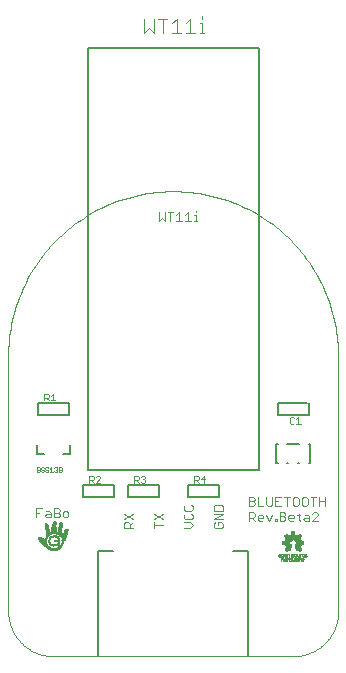
<source format=gto>
G75*
%MOIN*%
%OFA0B0*%
%FSLAX25Y25*%
%IPPOS*%
%LPD*%
%AMOC8*
5,1,8,0,0,1.08239X$1,22.5*
%
%ADD10C,0.00300*%
%ADD11C,0.00800*%
%ADD12C,0.00100*%
%ADD13C,0.00000*%
%ADD14C,0.00500*%
%ADD15C,0.00600*%
%ADD16C,0.00400*%
%ADD17C,0.00200*%
%ADD18R,0.00506X0.00023*%
%ADD19R,0.00920X0.00023*%
%ADD20R,0.01219X0.00023*%
%ADD21R,0.01426X0.00023*%
%ADD22R,0.01633X0.00023*%
%ADD23R,0.01817X0.00023*%
%ADD24R,0.01955X0.00023*%
%ADD25R,0.02116X0.00023*%
%ADD26R,0.02231X0.00023*%
%ADD27R,0.02369X0.00023*%
%ADD28R,0.02484X0.00023*%
%ADD29R,0.02599X0.00023*%
%ADD30R,0.02714X0.00023*%
%ADD31R,0.02806X0.00023*%
%ADD32R,0.02875X0.00023*%
%ADD33R,0.02990X0.00023*%
%ADD34R,0.03082X0.00023*%
%ADD35R,0.03197X0.00023*%
%ADD36R,0.03266X0.00023*%
%ADD37R,0.03358X0.00023*%
%ADD38R,0.03427X0.00023*%
%ADD39R,0.03519X0.00023*%
%ADD40R,0.03588X0.00023*%
%ADD41R,0.03680X0.00023*%
%ADD42R,0.03749X0.00023*%
%ADD43R,0.03818X0.00023*%
%ADD44R,0.03887X0.00023*%
%ADD45R,0.03979X0.00023*%
%ADD46R,0.04048X0.00023*%
%ADD47R,0.04117X0.00023*%
%ADD48R,0.04163X0.00023*%
%ADD49R,0.04232X0.00023*%
%ADD50R,0.04301X0.00023*%
%ADD51R,0.02024X0.00023*%
%ADD52R,0.01748X0.00023*%
%ADD53R,0.01886X0.00023*%
%ADD54R,0.01587X0.00023*%
%ADD55R,0.01794X0.00023*%
%ADD56R,0.01518X0.00023*%
%ADD57R,0.01771X0.00023*%
%ADD58R,0.01426X0.00023*%
%ADD59R,0.01702X0.00023*%
%ADD60R,0.01380X0.00023*%
%ADD61R,0.01656X0.00023*%
%ADD62R,0.01334X0.00023*%
%ADD63R,0.01610X0.00023*%
%ADD64R,0.01288X0.00023*%
%ADD65R,0.01610X0.00023*%
%ADD66R,0.01242X0.00023*%
%ADD67R,0.01564X0.00023*%
%ADD68R,0.01564X0.00023*%
%ADD69R,0.01173X0.00023*%
%ADD70R,0.01518X0.00023*%
%ADD71R,0.01150X0.00023*%
%ADD72R,0.01127X0.00023*%
%ADD73R,0.01495X0.00023*%
%ADD74R,0.01081X0.00023*%
%ADD75R,0.01472X0.00023*%
%ADD76R,0.01081X0.00023*%
%ADD77R,0.01058X0.00023*%
%ADD78R,0.01472X0.00023*%
%ADD79R,0.01035X0.00023*%
%ADD80R,0.01012X0.00023*%
%ADD81R,0.01449X0.00023*%
%ADD82R,0.00989X0.00023*%
%ADD83R,0.01449X0.00023*%
%ADD84R,0.00966X0.00023*%
%ADD85R,0.00966X0.00023*%
%ADD86R,0.00943X0.00023*%
%ADD87R,0.00920X0.00023*%
%ADD88R,0.00897X0.00023*%
%ADD89R,0.01426X0.00023*%
%ADD90R,0.00874X0.00023*%
%ADD91R,0.00874X0.00023*%
%ADD92R,0.00851X0.00023*%
%ADD93R,0.00851X0.00023*%
%ADD94R,0.00828X0.00023*%
%ADD95R,0.00828X0.00023*%
%ADD96R,0.00782X0.00023*%
%ADD97R,0.01495X0.00023*%
%ADD98R,0.00805X0.00023*%
%ADD99R,0.00253X0.00023*%
%ADD100R,0.00644X0.00023*%
%ADD101R,0.00805X0.00023*%
%ADD102R,0.00759X0.00023*%
%ADD103R,0.00644X0.00023*%
%ADD104R,0.00782X0.00023*%
%ADD105R,0.01081X0.00023*%
%ADD106R,0.00667X0.00023*%
%ADD107R,0.01288X0.00023*%
%ADD108R,0.00690X0.00023*%
%ADD109R,0.01633X0.00023*%
%ADD110R,0.00690X0.00023*%
%ADD111R,0.00759X0.00023*%
%ADD112R,0.01541X0.00023*%
%ADD113R,0.01771X0.00023*%
%ADD114R,0.00713X0.00023*%
%ADD115R,0.00759X0.00023*%
%ADD116R,0.01541X0.00023*%
%ADD117R,0.01909X0.00023*%
%ADD118R,0.00713X0.00023*%
%ADD119R,0.02001X0.00023*%
%ADD120R,0.00736X0.00023*%
%ADD121R,0.02139X0.00023*%
%ADD122R,0.00736X0.00023*%
%ADD123R,0.01587X0.00023*%
%ADD124R,0.02300X0.00023*%
%ADD125R,0.01587X0.00023*%
%ADD126R,0.02392X0.00023*%
%ADD127R,0.00759X0.00023*%
%ADD128R,0.03220X0.00023*%
%ADD129R,0.03243X0.00023*%
%ADD130R,0.03289X0.00023*%
%ADD131R,0.01426X0.00023*%
%ADD132R,0.01219X0.00023*%
%ADD133R,0.01173X0.00023*%
%ADD134R,0.01104X0.00023*%
%ADD135R,0.01357X0.00023*%
%ADD136R,0.01679X0.00023*%
%ADD137R,0.01081X0.00023*%
%ADD138R,0.01702X0.00023*%
%ADD139R,0.01173X0.00023*%
%ADD140R,0.01127X0.00023*%
%ADD141R,0.01725X0.00023*%
%ADD142R,0.00989X0.00023*%
%ADD143R,0.01725X0.00023*%
%ADD144R,0.00943X0.00023*%
%ADD145R,0.01058X0.00023*%
%ADD146R,0.01035X0.00023*%
%ADD147R,0.01748X0.00023*%
%ADD148R,0.00943X0.00023*%
%ADD149R,0.01817X0.00023*%
%ADD150R,0.01817X0.00023*%
%ADD151R,0.01840X0.00023*%
%ADD152R,0.00897X0.00023*%
%ADD153R,0.01840X0.00023*%
%ADD154R,0.01863X0.00023*%
%ADD155R,0.01886X0.00023*%
%ADD156R,0.00851X0.00023*%
%ADD157R,0.01909X0.00023*%
%ADD158R,0.00828X0.00023*%
%ADD159R,0.01932X0.00023*%
%ADD160R,0.01978X0.00023*%
%ADD161R,0.02001X0.00023*%
%ADD162R,0.02047X0.00023*%
%ADD163R,0.02070X0.00023*%
%ADD164R,0.02070X0.00023*%
%ADD165R,0.02093X0.00023*%
%ADD166R,0.02116X0.00023*%
%ADD167R,0.00851X0.00023*%
%ADD168R,0.02139X0.00023*%
%ADD169R,0.02162X0.00023*%
%ADD170R,0.02185X0.00023*%
%ADD171R,0.02208X0.00023*%
%ADD172R,0.02231X0.00023*%
%ADD173R,0.02254X0.00023*%
%ADD174R,0.02254X0.00023*%
%ADD175R,0.02277X0.00023*%
%ADD176R,0.02300X0.00023*%
%ADD177R,0.02323X0.00023*%
%ADD178R,0.02346X0.00023*%
%ADD179R,0.02369X0.00023*%
%ADD180R,0.02392X0.00023*%
%ADD181R,0.02392X0.00023*%
%ADD182R,0.02392X0.00023*%
%ADD183R,0.02415X0.00023*%
%ADD184R,0.02438X0.00023*%
%ADD185R,0.00920X0.00023*%
%ADD186R,0.02461X0.00023*%
%ADD187R,0.01909X0.00023*%
%ADD188R,0.02461X0.00023*%
%ADD189R,0.02484X0.00023*%
%ADD190R,0.00920X0.00023*%
%ADD191R,0.02507X0.00023*%
%ADD192R,0.02530X0.00023*%
%ADD193R,0.02553X0.00023*%
%ADD194R,0.02576X0.00023*%
%ADD195R,0.02576X0.00023*%
%ADD196R,0.01012X0.00023*%
%ADD197R,0.02599X0.00023*%
%ADD198R,0.01012X0.00023*%
%ADD199R,0.02622X0.00023*%
%ADD200R,0.02622X0.00023*%
%ADD201R,0.02645X0.00023*%
%ADD202R,0.02645X0.00023*%
%ADD203R,0.02691X0.00023*%
%ADD204R,0.02714X0.00023*%
%ADD205R,0.02737X0.00023*%
%ADD206R,0.01104X0.00023*%
%ADD207R,0.02760X0.00023*%
%ADD208R,0.02760X0.00023*%
%ADD209R,0.01150X0.00023*%
%ADD210R,0.02783X0.00023*%
%ADD211R,0.02806X0.00023*%
%ADD212R,0.01196X0.00023*%
%ADD213R,0.02829X0.00023*%
%ADD214R,0.02852X0.00023*%
%ADD215R,0.01242X0.00023*%
%ADD216R,0.02852X0.00023*%
%ADD217R,0.01242X0.00023*%
%ADD218R,0.02875X0.00023*%
%ADD219R,0.01265X0.00023*%
%ADD220R,0.02898X0.00023*%
%ADD221R,0.02898X0.00023*%
%ADD222R,0.01334X0.00023*%
%ADD223R,0.01748X0.00023*%
%ADD224R,0.00621X0.00023*%
%ADD225R,0.00575X0.00023*%
%ADD226R,0.00552X0.00023*%
%ADD227R,0.00552X0.00023*%
%ADD228R,0.01403X0.00023*%
%ADD229R,0.00529X0.00023*%
%ADD230R,0.01403X0.00023*%
%ADD231R,0.00506X0.00023*%
%ADD232R,0.00506X0.00023*%
%ADD233R,0.00506X0.00023*%
%ADD234R,0.00483X0.00023*%
%ADD235R,0.00483X0.00023*%
%ADD236R,0.01311X0.00023*%
%ADD237R,0.00943X0.00023*%
%ADD238R,0.01564X0.00023*%
%ADD239R,0.01196X0.00023*%
%ADD240R,0.00828X0.00023*%
%ADD241R,0.00529X0.00023*%
%ADD242R,0.01748X0.00023*%
%ADD243R,0.00529X0.00023*%
%ADD244R,0.01794X0.00023*%
%ADD245R,0.00667X0.00023*%
%ADD246R,0.00575X0.00023*%
%ADD247R,0.00437X0.00023*%
%ADD248R,0.00276X0.00023*%
%ADD249R,0.00598X0.00023*%
%ADD250R,0.00621X0.00023*%
%ADD251R,0.02668X0.00023*%
%ADD252R,0.02024X0.00023*%
%ADD253R,0.02576X0.00023*%
%ADD254R,0.02047X0.00023*%
%ADD255R,0.02323X0.00023*%
%ADD256R,0.02162X0.00023*%
%ADD257R,0.02208X0.00023*%
%ADD258R,0.02001X0.00023*%
%ADD259R,0.02231X0.00023*%
%ADD260R,0.02484X0.00023*%
%ADD261R,0.02668X0.00023*%
%ADD262R,0.02737X0.00023*%
%ADD263R,0.01265X0.00023*%
%ADD264R,0.02944X0.00023*%
%ADD265R,0.02967X0.00023*%
%ADD266R,0.03013X0.00023*%
%ADD267R,0.03082X0.00023*%
%ADD268R,0.03128X0.00023*%
%ADD269R,0.03174X0.00023*%
%ADD270R,0.01679X0.00023*%
%ADD271R,0.01863X0.00023*%
%ADD272R,0.02162X0.00023*%
%ADD273R,0.02277X0.00023*%
%ADD274R,0.05129X0.00023*%
%ADD275R,0.05129X0.00023*%
%ADD276R,0.05152X0.00023*%
%ADD277R,0.05152X0.00023*%
%ADD278R,0.01656X0.00023*%
%ADD279R,0.05175X0.00023*%
%ADD280R,0.05198X0.00023*%
%ADD281R,0.05198X0.00023*%
%ADD282R,0.05221X0.00023*%
%ADD283R,0.05244X0.00023*%
%ADD284R,0.05244X0.00023*%
%ADD285R,0.05267X0.00023*%
%ADD286R,0.05290X0.00023*%
%ADD287R,0.03680X0.00023*%
%ADD288R,0.03703X0.00023*%
%ADD289R,0.03703X0.00023*%
%ADD290R,0.01495X0.00023*%
%ADD291R,0.01495X0.00023*%
%ADD292R,0.01587X0.00023*%
%ADD293R,0.01978X0.00023*%
%ADD294R,0.01955X0.00023*%
%ADD295R,0.01932X0.00023*%
%ADD296R,0.01380X0.00023*%
%ADD297R,0.01909X0.00023*%
%ADD298R,0.01357X0.00023*%
%ADD299R,0.01334X0.00023*%
%ADD300R,0.01311X0.00023*%
%ADD301R,0.01173X0.00023*%
%ADD302R,0.01403X0.00023*%
%ADD303R,0.01403X0.00023*%
%ADD304R,0.00690X0.00023*%
%ADD305R,0.00368X0.00023*%
%ADD306R,0.01334X0.00023*%
%ADD307R,0.01104X0.00023*%
%ADD308R,0.01012X0.00023*%
%ADD309R,0.00460X0.00023*%
%ADD310R,0.00414X0.00023*%
%ADD311R,0.00345X0.00023*%
%ADD312R,0.00253X0.00023*%
%ADD313R,0.00115X0.00023*%
%ADD314R,0.00667X0.00023*%
%ADD315R,0.00667X0.00023*%
%ADD316R,0.00529X0.00023*%
%ADD317R,0.00437X0.00023*%
%ADD318R,0.00391X0.00023*%
%ADD319R,0.00322X0.00023*%
%ADD320R,0.00138X0.00023*%
%ADD321R,0.00690X0.00023*%
%ADD322R,0.00437X0.00023*%
%ADD323R,0.00368X0.00023*%
%ADD324R,0.00207X0.00023*%
%ADD325R,0.00115X0.00023*%
%ADD326R,0.00260X0.00020*%
%ADD327R,0.00380X0.00020*%
%ADD328R,0.00320X0.00020*%
%ADD329R,0.00220X0.00020*%
%ADD330R,0.00240X0.00020*%
%ADD331R,0.00260X0.00020*%
%ADD332R,0.00700X0.00020*%
%ADD333R,0.00400X0.00020*%
%ADD334R,0.00240X0.00020*%
%ADD335R,0.00480X0.00020*%
%ADD336R,0.00720X0.00020*%
%ADD337R,0.00700X0.00020*%
%ADD338R,0.00540X0.00020*%
%ADD339R,0.00760X0.00020*%
%ADD340R,0.00720X0.00020*%
%ADD341R,0.00280X0.00020*%
%ADD342R,0.00740X0.00020*%
%ADD343R,0.00600X0.00020*%
%ADD344R,0.00780X0.00020*%
%ADD345R,0.00740X0.00020*%
%ADD346R,0.00280X0.00020*%
%ADD347R,0.00760X0.00020*%
%ADD348R,0.00660X0.00020*%
%ADD349R,0.00780X0.00020*%
%ADD350R,0.00300X0.00020*%
%ADD351R,0.00800X0.00020*%
%ADD352R,0.00300X0.00020*%
%ADD353R,0.00320X0.00020*%
%ADD354R,0.00820X0.00020*%
%ADD355R,0.00800X0.00020*%
%ADD356R,0.00320X0.00020*%
%ADD357R,0.00340X0.00020*%
%ADD358R,0.00840X0.00020*%
%ADD359R,0.00340X0.00020*%
%ADD360R,0.00820X0.00020*%
%ADD361R,0.00840X0.00020*%
%ADD362R,0.00820X0.00020*%
%ADD363R,0.00360X0.00020*%
%ADD364R,0.00740X0.00020*%
%ADD365R,0.00320X0.00020*%
%ADD366R,0.00380X0.00020*%
%ADD367R,0.00360X0.00020*%
%ADD368R,0.00180X0.00020*%
%ADD369R,0.00400X0.00020*%
%ADD370R,0.00120X0.00020*%
%ADD371R,0.00080X0.00020*%
%ADD372R,0.00420X0.00020*%
%ADD373R,0.00040X0.00020*%
%ADD374R,0.00440X0.00020*%
%ADD375R,0.00440X0.00020*%
%ADD376R,0.00460X0.00020*%
%ADD377R,0.00460X0.00020*%
%ADD378R,0.00480X0.00020*%
%ADD379R,0.00880X0.00020*%
%ADD380R,0.00220X0.00020*%
%ADD381R,0.00500X0.00020*%
%ADD382R,0.00880X0.00020*%
%ADD383R,0.00240X0.00020*%
%ADD384R,0.00240X0.00020*%
%ADD385R,0.00220X0.00020*%
%ADD386R,0.00220X0.00020*%
%ADD387R,0.00040X0.00020*%
%ADD388R,0.00080X0.00020*%
%ADD389R,0.00060X0.00020*%
%ADD390R,0.00340X0.00020*%
%ADD391R,0.00100X0.00020*%
%ADD392R,0.00820X0.00020*%
%ADD393R,0.00200X0.00020*%
%ADD394R,0.00620X0.00020*%
%ADD395R,0.00340X0.00020*%
%ADD396R,0.00640X0.00020*%
%ADD397R,0.00640X0.00020*%
%ADD398R,0.00660X0.00020*%
%ADD399R,0.00680X0.00020*%
%ADD400R,0.00740X0.00020*%
%ADD401R,0.00720X0.00020*%
%ADD402R,0.00620X0.00020*%
%ADD403R,0.00680X0.00020*%
%ADD404R,0.00560X0.00020*%
%ADD405R,0.00520X0.00020*%
%ADD406R,0.00560X0.00020*%
%ADD407R,0.00420X0.00020*%
%ADD408R,0.00200X0.00020*%
%ADD409R,0.00160X0.00020*%
%ADD410R,0.00180X0.00020*%
%ADD411R,0.00420X0.00020*%
%ADD412R,0.00520X0.00020*%
%ADD413R,0.00500X0.00020*%
%ADD414R,0.00580X0.00020*%
%ADD415R,0.00540X0.00020*%
%ADD416R,0.00580X0.00020*%
%ADD417R,0.00640X0.00020*%
%ADD418R,0.00600X0.00020*%
%ADD419R,0.00620X0.00020*%
%ADD420R,0.00860X0.00020*%
%ADD421R,0.00860X0.00020*%
%ADD422R,0.00120X0.00020*%
%ADD423R,0.00120X0.00020*%
%ADD424R,0.00140X0.00020*%
%ADD425R,0.00040X0.00020*%
%ADD426R,0.00060X0.00020*%
%ADD427R,0.00020X0.00020*%
%ADD428R,0.00020X0.00020*%
%ADD429R,0.00540X0.00020*%
%ADD430R,0.00520X0.00020*%
%ADD431R,0.00020X0.00020*%
%ADD432R,0.00100X0.00020*%
%ADD433R,0.00140X0.00020*%
%ADD434R,0.00160X0.00020*%
%ADD435R,0.00900X0.00020*%
%ADD436R,0.00960X0.00020*%
%ADD437R,0.00120X0.00020*%
%ADD438R,0.01000X0.00020*%
%ADD439R,0.01060X0.00020*%
%ADD440R,0.01100X0.00020*%
%ADD441R,0.01160X0.00020*%
%ADD442R,0.01200X0.00020*%
%ADD443R,0.01260X0.00020*%
%ADD444R,0.01300X0.00020*%
%ADD445R,0.00440X0.00020*%
%ADD446R,0.01840X0.00020*%
%ADD447R,0.01840X0.00020*%
%ADD448R,0.01860X0.00020*%
%ADD449R,0.01900X0.00020*%
%ADD450R,0.01920X0.00020*%
%ADD451R,0.01920X0.00020*%
%ADD452R,0.01960X0.00020*%
%ADD453R,0.01980X0.00020*%
%ADD454R,0.02000X0.00020*%
%ADD455R,0.02040X0.00020*%
%ADD456R,0.02060X0.00020*%
%ADD457R,0.02080X0.00020*%
%ADD458R,0.02100X0.00020*%
%ADD459R,0.02100X0.00020*%
%ADD460R,0.02080X0.00020*%
%ADD461R,0.02060X0.00020*%
%ADD462R,0.02040X0.00020*%
%ADD463R,0.02040X0.00020*%
%ADD464R,0.02040X0.00020*%
%ADD465R,0.02020X0.00020*%
%ADD466R,0.02020X0.00020*%
%ADD467R,0.02020X0.00020*%
%ADD468R,0.02020X0.00020*%
%ADD469R,0.02000X0.00020*%
%ADD470R,0.01980X0.00020*%
%ADD471R,0.01940X0.00020*%
%ADD472R,0.01940X0.00020*%
%ADD473R,0.01920X0.00020*%
%ADD474R,0.01920X0.00020*%
%ADD475R,0.02120X0.00020*%
%ADD476R,0.02120X0.00020*%
%ADD477R,0.02140X0.00020*%
%ADD478R,0.02140X0.00020*%
%ADD479R,0.02180X0.00020*%
%ADD480R,0.02180X0.00020*%
%ADD481R,0.02200X0.00020*%
%ADD482R,0.02220X0.00020*%
%ADD483R,0.02220X0.00020*%
%ADD484R,0.02260X0.00020*%
%ADD485R,0.02260X0.00020*%
%ADD486R,0.02240X0.00020*%
%ADD487R,0.02220X0.00020*%
%ADD488R,0.02200X0.00020*%
%ADD489R,0.02160X0.00020*%
%ADD490R,0.02160X0.00020*%
%ADD491R,0.02280X0.00020*%
%ADD492R,0.02360X0.00020*%
%ADD493R,0.02460X0.00020*%
%ADD494R,0.02540X0.00020*%
%ADD495R,0.02620X0.00020*%
%ADD496R,0.02620X0.00020*%
%ADD497R,0.02740X0.00020*%
%ADD498R,0.02820X0.00020*%
%ADD499R,0.02820X0.00020*%
%ADD500R,0.02840X0.00020*%
%ADD501R,0.02840X0.00020*%
%ADD502R,0.02800X0.00020*%
%ADD503R,0.02800X0.00020*%
%ADD504R,0.02780X0.00020*%
%ADD505R,0.02780X0.00020*%
%ADD506R,0.02760X0.00020*%
%ADD507R,0.02760X0.00020*%
%ADD508R,0.02740X0.00020*%
%ADD509R,0.02740X0.00020*%
%ADD510R,0.02740X0.00020*%
%ADD511R,0.02720X0.00020*%
%ADD512R,0.02720X0.00020*%
%ADD513R,0.02720X0.00020*%
%ADD514R,0.02720X0.00020*%
%ADD515R,0.02820X0.00020*%
%ADD516R,0.02820X0.00020*%
%ADD517R,0.02840X0.00020*%
%ADD518R,0.02840X0.00020*%
%ADD519R,0.02640X0.00020*%
%ADD520R,0.02540X0.00020*%
%ADD521R,0.02360X0.00020*%
%ADD522R,0.02220X0.00020*%
%ADD523R,0.02300X0.00020*%
%ADD524R,0.02420X0.00020*%
%ADD525R,0.05220X0.00020*%
%ADD526R,0.05180X0.00020*%
%ADD527R,0.05180X0.00020*%
%ADD528R,0.05140X0.00020*%
%ADD529R,0.05140X0.00020*%
%ADD530R,0.05100X0.00020*%
%ADD531R,0.05100X0.00020*%
%ADD532R,0.05060X0.00020*%
%ADD533R,0.05020X0.00020*%
%ADD534R,0.05020X0.00020*%
%ADD535R,0.04980X0.00020*%
%ADD536R,0.04940X0.00020*%
%ADD537R,0.04940X0.00020*%
%ADD538R,0.04900X0.00020*%
%ADD539R,0.04900X0.00020*%
%ADD540R,0.04860X0.00020*%
%ADD541R,0.04860X0.00020*%
%ADD542R,0.04980X0.00020*%
%ADD543R,0.05220X0.00020*%
%ADD544R,0.05260X0.00020*%
%ADD545R,0.05260X0.00020*%
%ADD546R,0.05300X0.00020*%
%ADD547R,0.05340X0.00020*%
%ADD548R,0.05380X0.00020*%
%ADD549R,0.05380X0.00020*%
%ADD550R,0.05420X0.00020*%
%ADD551R,0.05460X0.00020*%
%ADD552R,0.05460X0.00020*%
%ADD553R,0.05500X0.00020*%
%ADD554R,0.05540X0.00020*%
%ADD555R,0.05540X0.00020*%
%ADD556R,0.05580X0.00020*%
%ADD557R,0.05620X0.00020*%
%ADD558R,0.05660X0.00020*%
%ADD559R,0.05700X0.00020*%
%ADD560R,0.05700X0.00020*%
%ADD561R,0.05740X0.00020*%
%ADD562R,0.05780X0.00020*%
%ADD563R,0.05820X0.00020*%
%ADD564R,0.05820X0.00020*%
%ADD565R,0.05860X0.00020*%
%ADD566R,0.05900X0.00020*%
%ADD567R,0.05940X0.00020*%
%ADD568R,0.05940X0.00020*%
%ADD569R,0.05980X0.00020*%
%ADD570R,0.05900X0.00020*%
%ADD571R,0.05860X0.00020*%
%ADD572R,0.05660X0.00020*%
%ADD573R,0.01380X0.00020*%
%ADD574R,0.02700X0.00020*%
%ADD575R,0.01320X0.00020*%
%ADD576R,0.02580X0.00020*%
%ADD577R,0.01320X0.00020*%
%ADD578R,0.01280X0.00020*%
%ADD579R,0.02500X0.00020*%
%ADD580R,0.01220X0.00020*%
%ADD581R,0.02380X0.00020*%
%ADD582R,0.01220X0.00020*%
%ADD583R,0.01180X0.00020*%
%ADD584R,0.02300X0.00020*%
%ADD585R,0.01140X0.00020*%
%ADD586R,0.01120X0.00020*%
%ADD587R,0.01080X0.00020*%
%ADD588R,0.01040X0.00020*%
%ADD589R,0.00980X0.00020*%
%ADD590R,0.01900X0.00020*%
%ADD591R,0.00940X0.00020*%
%ADD592R,0.01820X0.00020*%
%ADD593R,0.00940X0.00020*%
%ADD594R,0.01700X0.00020*%
%ADD595R,0.01620X0.00020*%
%ADD596R,0.01500X0.00020*%
%ADD597R,0.01460X0.00020*%
%ADD598R,0.01420X0.00020*%
%ADD599R,0.01420X0.00020*%
%ADD600R,0.01380X0.00020*%
%ADD601R,0.01340X0.00020*%
%ADD602R,0.00140X0.00020*%
%ADD603R,0.01340X0.00020*%
%ADD604R,0.00140X0.00020*%
%ADD605R,0.01300X0.00020*%
%ADD606R,0.01260X0.00020*%
%ADD607R,0.01220X0.00020*%
%ADD608R,0.01180X0.00020*%
%ADD609R,0.01140X0.00020*%
%ADD610R,0.01140X0.00020*%
%ADD611R,0.01100X0.00020*%
D10*
X0016057Y0065406D02*
X0016057Y0068308D01*
X0017992Y0068308D01*
X0017024Y0066857D02*
X0016057Y0066857D01*
X0019003Y0065890D02*
X0019487Y0065406D01*
X0020938Y0065406D01*
X0020938Y0066857D01*
X0020455Y0067341D01*
X0019487Y0067341D01*
X0019487Y0066373D02*
X0020938Y0066373D01*
X0021950Y0066857D02*
X0023401Y0066857D01*
X0023885Y0066373D01*
X0023885Y0065890D01*
X0023401Y0065406D01*
X0021950Y0065406D01*
X0021950Y0068308D01*
X0023401Y0068308D01*
X0023885Y0067825D01*
X0023885Y0067341D01*
X0023401Y0066857D01*
X0024897Y0066857D02*
X0024897Y0065890D01*
X0025380Y0065406D01*
X0026348Y0065406D01*
X0026831Y0065890D01*
X0026831Y0066857D01*
X0026348Y0067341D01*
X0025380Y0067341D01*
X0024897Y0066857D01*
X0019487Y0066373D02*
X0019003Y0065890D01*
X0045348Y0066537D02*
X0048250Y0064602D01*
X0048250Y0063591D02*
X0047283Y0062623D01*
X0047283Y0063107D02*
X0047283Y0061656D01*
X0048250Y0061656D02*
X0045348Y0061656D01*
X0045348Y0063107D01*
X0045831Y0063591D01*
X0046799Y0063591D01*
X0047283Y0063107D01*
X0045348Y0064602D02*
X0048250Y0066537D01*
X0055348Y0066537D02*
X0058250Y0064602D01*
X0058250Y0066537D02*
X0055348Y0064602D01*
X0055348Y0063591D02*
X0055348Y0061656D01*
X0055348Y0062623D02*
X0058250Y0062623D01*
X0065348Y0061656D02*
X0067283Y0061656D01*
X0068250Y0062623D01*
X0067283Y0063591D01*
X0065348Y0063591D01*
X0065831Y0064602D02*
X0065348Y0065086D01*
X0065348Y0066054D01*
X0065831Y0066537D01*
X0065831Y0067549D02*
X0067766Y0067549D01*
X0068250Y0068033D01*
X0068250Y0069000D01*
X0067766Y0069484D01*
X0065831Y0069484D02*
X0065348Y0069000D01*
X0065348Y0068033D01*
X0065831Y0067549D01*
X0067766Y0066537D02*
X0068250Y0066054D01*
X0068250Y0065086D01*
X0067766Y0064602D01*
X0065831Y0064602D01*
X0075348Y0064602D02*
X0078250Y0066537D01*
X0075348Y0066537D01*
X0075348Y0067549D02*
X0075348Y0069000D01*
X0075831Y0069484D01*
X0077766Y0069484D01*
X0078250Y0069000D01*
X0078250Y0067549D01*
X0075348Y0067549D01*
X0075348Y0064602D02*
X0078250Y0064602D01*
X0077766Y0063591D02*
X0078250Y0063107D01*
X0078250Y0062140D01*
X0077766Y0061656D01*
X0075831Y0061656D01*
X0075348Y0062140D01*
X0075348Y0063107D01*
X0075831Y0063591D01*
X0076799Y0063591D02*
X0076799Y0062623D01*
X0076799Y0063591D02*
X0077766Y0063591D01*
X0086950Y0064156D02*
X0086950Y0067058D01*
X0088401Y0067058D01*
X0088885Y0066575D01*
X0088885Y0065607D01*
X0088401Y0065123D01*
X0086950Y0065123D01*
X0087917Y0065123D02*
X0088885Y0064156D01*
X0089897Y0064640D02*
X0089897Y0065607D01*
X0090380Y0066091D01*
X0091348Y0066091D01*
X0091831Y0065607D01*
X0091831Y0065123D01*
X0089897Y0065123D01*
X0089897Y0064640D02*
X0090380Y0064156D01*
X0091348Y0064156D01*
X0092843Y0066091D02*
X0093811Y0064156D01*
X0094778Y0066091D01*
X0095790Y0064640D02*
X0096273Y0064640D01*
X0096273Y0064156D01*
X0095790Y0064156D01*
X0095790Y0064640D01*
X0097263Y0064156D02*
X0097263Y0067058D01*
X0098714Y0067058D01*
X0099198Y0066575D01*
X0099198Y0066091D01*
X0098714Y0065607D01*
X0097263Y0065607D01*
X0098714Y0065607D02*
X0099198Y0065123D01*
X0099198Y0064640D01*
X0098714Y0064156D01*
X0097263Y0064156D01*
X0097725Y0069156D02*
X0095790Y0069156D01*
X0095790Y0072058D01*
X0097725Y0072058D01*
X0098736Y0072058D02*
X0100671Y0072058D01*
X0099704Y0072058D02*
X0099704Y0069156D01*
X0100693Y0066091D02*
X0101661Y0066091D01*
X0102144Y0065607D01*
X0102144Y0065123D01*
X0100209Y0065123D01*
X0100209Y0064640D02*
X0100209Y0065607D01*
X0100693Y0066091D01*
X0100209Y0064640D02*
X0100693Y0064156D01*
X0101661Y0064156D01*
X0103640Y0064640D02*
X0103640Y0066575D01*
X0104123Y0066091D02*
X0103156Y0066091D01*
X0103640Y0064640D02*
X0104123Y0064156D01*
X0105120Y0064640D02*
X0105604Y0065123D01*
X0107055Y0065123D01*
X0107055Y0065607D02*
X0107055Y0064156D01*
X0105604Y0064156D01*
X0105120Y0064640D01*
X0105604Y0066091D02*
X0106571Y0066091D01*
X0107055Y0065607D01*
X0108067Y0066575D02*
X0108550Y0067058D01*
X0109518Y0067058D01*
X0110002Y0066575D01*
X0110002Y0066091D01*
X0108067Y0064156D01*
X0110002Y0064156D01*
X0110522Y0069156D02*
X0110522Y0072058D01*
X0109511Y0072058D02*
X0107576Y0072058D01*
X0108543Y0072058D02*
X0108543Y0069156D01*
X0106564Y0069640D02*
X0106564Y0071575D01*
X0106080Y0072058D01*
X0105113Y0072058D01*
X0104629Y0071575D01*
X0104629Y0069640D01*
X0105113Y0069156D01*
X0106080Y0069156D01*
X0106564Y0069640D01*
X0103618Y0069640D02*
X0103618Y0071575D01*
X0103134Y0072058D01*
X0102166Y0072058D01*
X0101683Y0071575D01*
X0101683Y0069640D01*
X0102166Y0069156D01*
X0103134Y0069156D01*
X0103618Y0069640D01*
X0096757Y0070607D02*
X0095790Y0070607D01*
X0094778Y0069640D02*
X0094778Y0072058D01*
X0092843Y0072058D02*
X0092843Y0069640D01*
X0093327Y0069156D01*
X0094294Y0069156D01*
X0094778Y0069640D01*
X0091831Y0069156D02*
X0089897Y0069156D01*
X0089897Y0072058D01*
X0088885Y0071575D02*
X0088885Y0071091D01*
X0088401Y0070607D01*
X0086950Y0070607D01*
X0086950Y0069156D02*
X0086950Y0072058D01*
X0088401Y0072058D01*
X0088885Y0071575D01*
X0088401Y0070607D02*
X0088885Y0070123D01*
X0088885Y0069640D01*
X0088401Y0069156D01*
X0086950Y0069156D01*
X0110522Y0070607D02*
X0112457Y0070607D01*
X0112457Y0072058D02*
X0112457Y0069156D01*
X0069704Y0164156D02*
X0068736Y0164156D01*
X0069220Y0164156D02*
X0069220Y0166091D01*
X0068736Y0166091D01*
X0069220Y0167058D02*
X0069220Y0167542D01*
X0066757Y0167058D02*
X0066757Y0164156D01*
X0065790Y0164156D02*
X0067725Y0164156D01*
X0065790Y0166091D02*
X0066757Y0167058D01*
X0064778Y0164156D02*
X0062843Y0164156D01*
X0063811Y0164156D02*
X0063811Y0167058D01*
X0062843Y0166091D01*
X0061831Y0167058D02*
X0059897Y0167058D01*
X0060864Y0167058D02*
X0060864Y0164156D01*
X0058885Y0164156D02*
X0058885Y0167058D01*
X0056950Y0167058D02*
X0056950Y0164156D01*
X0057917Y0165123D01*
X0058885Y0164156D01*
D11*
X0027312Y0089400D02*
X0027312Y0086250D01*
X0024950Y0086250D01*
X0018650Y0086250D02*
X0016288Y0086250D01*
X0016288Y0089400D01*
D12*
X0016260Y0081957D02*
X0017011Y0081957D01*
X0017261Y0081707D01*
X0017261Y0081457D01*
X0017011Y0081207D01*
X0016260Y0081207D01*
X0016260Y0081957D02*
X0016260Y0080456D01*
X0017011Y0080456D01*
X0017261Y0080706D01*
X0017261Y0080956D01*
X0017011Y0081207D01*
X0017734Y0081457D02*
X0017984Y0081207D01*
X0018484Y0081207D01*
X0018735Y0080956D01*
X0018735Y0080706D01*
X0018484Y0080456D01*
X0017984Y0080456D01*
X0017734Y0080706D01*
X0017734Y0081457D02*
X0017734Y0081707D01*
X0017984Y0081957D01*
X0018484Y0081957D01*
X0018735Y0081707D01*
X0019207Y0081707D02*
X0019207Y0081457D01*
X0019457Y0081207D01*
X0019958Y0081207D01*
X0020208Y0080956D01*
X0020208Y0080706D01*
X0019958Y0080456D01*
X0019457Y0080456D01*
X0019207Y0080706D01*
X0019207Y0081707D02*
X0019457Y0081957D01*
X0019958Y0081957D01*
X0020208Y0081707D01*
X0020680Y0081457D02*
X0021181Y0081957D01*
X0021181Y0080456D01*
X0021681Y0080456D02*
X0020680Y0080456D01*
X0022153Y0080706D02*
X0022404Y0080456D01*
X0022904Y0080456D01*
X0023154Y0080706D01*
X0023154Y0080956D01*
X0022904Y0081207D01*
X0022654Y0081207D01*
X0022904Y0081207D02*
X0023154Y0081457D01*
X0023154Y0081707D01*
X0022904Y0081957D01*
X0022404Y0081957D01*
X0022153Y0081707D01*
X0023627Y0081707D02*
X0023627Y0081457D01*
X0023877Y0081207D01*
X0024377Y0081207D01*
X0024628Y0080956D01*
X0024628Y0080706D01*
X0024377Y0080456D01*
X0023877Y0080456D01*
X0023627Y0080706D01*
X0023627Y0080956D01*
X0023877Y0081207D01*
X0024377Y0081207D02*
X0024628Y0081457D01*
X0024628Y0081707D01*
X0024377Y0081957D01*
X0023877Y0081957D01*
X0023627Y0081707D01*
D13*
X0006800Y0119006D02*
X0006800Y0034006D01*
X0006804Y0033644D01*
X0006818Y0033281D01*
X0006839Y0032919D01*
X0006870Y0032558D01*
X0006909Y0032198D01*
X0006957Y0031839D01*
X0007014Y0031481D01*
X0007079Y0031124D01*
X0007153Y0030769D01*
X0007236Y0030416D01*
X0007327Y0030065D01*
X0007426Y0029717D01*
X0007534Y0029371D01*
X0007650Y0029027D01*
X0007775Y0028687D01*
X0007907Y0028350D01*
X0008048Y0028016D01*
X0008197Y0027685D01*
X0008354Y0027358D01*
X0008518Y0027035D01*
X0008690Y0026716D01*
X0008870Y0026402D01*
X0009058Y0026091D01*
X0009253Y0025786D01*
X0009455Y0025485D01*
X0009665Y0025189D01*
X0009881Y0024899D01*
X0010105Y0024613D01*
X0010335Y0024333D01*
X0010572Y0024059D01*
X0010816Y0023791D01*
X0011066Y0023528D01*
X0011322Y0023272D01*
X0011585Y0023022D01*
X0011853Y0022778D01*
X0012127Y0022541D01*
X0012407Y0022311D01*
X0012693Y0022087D01*
X0012983Y0021871D01*
X0013279Y0021661D01*
X0013580Y0021459D01*
X0013885Y0021264D01*
X0014196Y0021076D01*
X0014510Y0020896D01*
X0014829Y0020724D01*
X0015152Y0020560D01*
X0015479Y0020403D01*
X0015810Y0020254D01*
X0016144Y0020113D01*
X0016481Y0019981D01*
X0016821Y0019856D01*
X0017165Y0019740D01*
X0017511Y0019632D01*
X0017859Y0019533D01*
X0018210Y0019442D01*
X0018563Y0019359D01*
X0018918Y0019285D01*
X0019275Y0019220D01*
X0019633Y0019163D01*
X0019992Y0019115D01*
X0020352Y0019076D01*
X0020713Y0019045D01*
X0021075Y0019024D01*
X0021438Y0019010D01*
X0021800Y0019006D01*
X0101800Y0019006D01*
X0102162Y0019010D01*
X0102525Y0019024D01*
X0102887Y0019045D01*
X0103248Y0019076D01*
X0103608Y0019115D01*
X0103967Y0019163D01*
X0104325Y0019220D01*
X0104682Y0019285D01*
X0105037Y0019359D01*
X0105390Y0019442D01*
X0105741Y0019533D01*
X0106089Y0019632D01*
X0106435Y0019740D01*
X0106779Y0019856D01*
X0107119Y0019981D01*
X0107456Y0020113D01*
X0107790Y0020254D01*
X0108121Y0020403D01*
X0108448Y0020560D01*
X0108771Y0020724D01*
X0109090Y0020896D01*
X0109404Y0021076D01*
X0109715Y0021264D01*
X0110020Y0021459D01*
X0110321Y0021661D01*
X0110617Y0021871D01*
X0110907Y0022087D01*
X0111193Y0022311D01*
X0111473Y0022541D01*
X0111747Y0022778D01*
X0112015Y0023022D01*
X0112278Y0023272D01*
X0112534Y0023528D01*
X0112784Y0023791D01*
X0113028Y0024059D01*
X0113265Y0024333D01*
X0113495Y0024613D01*
X0113719Y0024899D01*
X0113935Y0025189D01*
X0114145Y0025485D01*
X0114347Y0025786D01*
X0114542Y0026091D01*
X0114730Y0026402D01*
X0114910Y0026716D01*
X0115082Y0027035D01*
X0115246Y0027358D01*
X0115403Y0027685D01*
X0115552Y0028016D01*
X0115693Y0028350D01*
X0115825Y0028687D01*
X0115950Y0029027D01*
X0116066Y0029371D01*
X0116174Y0029717D01*
X0116273Y0030065D01*
X0116364Y0030416D01*
X0116447Y0030769D01*
X0116521Y0031124D01*
X0116586Y0031481D01*
X0116643Y0031839D01*
X0116691Y0032198D01*
X0116730Y0032558D01*
X0116761Y0032919D01*
X0116782Y0033281D01*
X0116796Y0033644D01*
X0116800Y0034006D01*
X0116800Y0119006D01*
X0116784Y0120345D01*
X0116735Y0121684D01*
X0116653Y0123021D01*
X0116539Y0124355D01*
X0116393Y0125687D01*
X0116214Y0127014D01*
X0116003Y0128337D01*
X0115759Y0129654D01*
X0115484Y0130965D01*
X0115177Y0132268D01*
X0114838Y0133564D01*
X0114468Y0134851D01*
X0114067Y0136129D01*
X0113634Y0137397D01*
X0113171Y0138654D01*
X0112677Y0139899D01*
X0112153Y0141132D01*
X0111600Y0142351D01*
X0111016Y0143557D01*
X0110404Y0144748D01*
X0109763Y0145924D01*
X0109093Y0147084D01*
X0108395Y0148227D01*
X0107670Y0149353D01*
X0106917Y0150461D01*
X0106138Y0151551D01*
X0105332Y0152621D01*
X0104501Y0153671D01*
X0103644Y0154700D01*
X0102762Y0155709D01*
X0101857Y0156695D01*
X0100927Y0157659D01*
X0099974Y0158601D01*
X0098999Y0159519D01*
X0098001Y0160412D01*
X0096982Y0161282D01*
X0095942Y0162126D01*
X0094882Y0162944D01*
X0093802Y0163737D01*
X0092704Y0164503D01*
X0091586Y0165242D01*
X0090452Y0165954D01*
X0089300Y0166637D01*
X0088132Y0167293D01*
X0086948Y0167920D01*
X0085750Y0168518D01*
X0084537Y0169086D01*
X0083311Y0169625D01*
X0082072Y0170134D01*
X0080821Y0170612D01*
X0079558Y0171060D01*
X0078286Y0171477D01*
X0077003Y0171863D01*
X0075711Y0172218D01*
X0074411Y0172541D01*
X0073104Y0172832D01*
X0071790Y0173091D01*
X0070470Y0173318D01*
X0069145Y0173513D01*
X0067815Y0173676D01*
X0066482Y0173806D01*
X0065147Y0173904D01*
X0063809Y0173969D01*
X0062470Y0174002D01*
X0061130Y0174002D01*
X0059791Y0173969D01*
X0058453Y0173904D01*
X0057118Y0173806D01*
X0055785Y0173676D01*
X0054455Y0173513D01*
X0053130Y0173318D01*
X0051810Y0173091D01*
X0050496Y0172832D01*
X0049189Y0172541D01*
X0047889Y0172218D01*
X0046597Y0171863D01*
X0045314Y0171477D01*
X0044042Y0171060D01*
X0042779Y0170612D01*
X0041528Y0170134D01*
X0040289Y0169625D01*
X0039063Y0169086D01*
X0037850Y0168518D01*
X0036652Y0167920D01*
X0035468Y0167293D01*
X0034300Y0166637D01*
X0033148Y0165954D01*
X0032014Y0165242D01*
X0030896Y0164503D01*
X0029798Y0163737D01*
X0028718Y0162944D01*
X0027658Y0162126D01*
X0026618Y0161282D01*
X0025599Y0160412D01*
X0024601Y0159519D01*
X0023626Y0158601D01*
X0022673Y0157659D01*
X0021743Y0156695D01*
X0020838Y0155709D01*
X0019956Y0154700D01*
X0019099Y0153671D01*
X0018268Y0152621D01*
X0017462Y0151551D01*
X0016683Y0150461D01*
X0015930Y0149353D01*
X0015205Y0148227D01*
X0014507Y0147084D01*
X0013837Y0145924D01*
X0013196Y0144748D01*
X0012584Y0143557D01*
X0012000Y0142351D01*
X0011447Y0141132D01*
X0010923Y0139899D01*
X0010429Y0138654D01*
X0009966Y0137397D01*
X0009533Y0136129D01*
X0009132Y0134851D01*
X0008762Y0133564D01*
X0008423Y0132268D01*
X0008116Y0130965D01*
X0007841Y0129654D01*
X0007597Y0128337D01*
X0007386Y0127014D01*
X0007207Y0125687D01*
X0007061Y0124355D01*
X0006947Y0123021D01*
X0006865Y0121684D01*
X0006816Y0120345D01*
X0006800Y0119006D01*
D14*
X0016682Y0103474D02*
X0016682Y0099537D01*
X0017076Y0099537D02*
X0026918Y0099537D01*
X0026918Y0103474D01*
X0016682Y0103474D01*
X0031682Y0075974D02*
X0031682Y0072037D01*
X0032076Y0072037D02*
X0041918Y0072037D01*
X0041918Y0075974D01*
X0031682Y0075974D01*
X0033257Y0081014D02*
X0033257Y0221762D01*
X0090343Y0221762D01*
X0090343Y0081014D01*
X0033257Y0081014D01*
X0046682Y0075974D02*
X0046682Y0072037D01*
X0047076Y0072037D02*
X0056918Y0072037D01*
X0056918Y0075974D01*
X0046682Y0075974D01*
X0041800Y0054006D02*
X0036800Y0054006D01*
X0036800Y0019006D01*
X0066682Y0072037D02*
X0066682Y0075974D01*
X0076918Y0075974D01*
X0076918Y0072037D01*
X0067076Y0072037D01*
X0081800Y0054006D02*
X0086800Y0054006D01*
X0086800Y0019006D01*
X0096682Y0099537D02*
X0106918Y0099537D01*
X0106918Y0103474D01*
X0106524Y0103474D02*
X0096682Y0103474D01*
X0096682Y0099537D01*
D15*
X0096572Y0089695D02*
X0096202Y0089695D01*
X0096202Y0083317D01*
X0096572Y0083317D01*
X0099745Y0083317D02*
X0100115Y0083317D01*
X0103485Y0083317D02*
X0103855Y0083317D01*
X0107028Y0083317D02*
X0107398Y0083317D01*
X0107398Y0089695D01*
X0107028Y0089695D01*
X0103855Y0089695D02*
X0099745Y0089695D01*
D16*
X0072108Y0226883D02*
X0070573Y0226883D01*
X0071340Y0226883D02*
X0071340Y0229952D01*
X0070573Y0229952D01*
X0071340Y0231487D02*
X0071340Y0232254D01*
X0067504Y0231487D02*
X0067504Y0226883D01*
X0065969Y0226883D02*
X0069039Y0226883D01*
X0065969Y0229952D02*
X0067504Y0231487D01*
X0064435Y0226883D02*
X0061365Y0226883D01*
X0062900Y0226883D02*
X0062900Y0231487D01*
X0061365Y0229952D01*
X0059831Y0231487D02*
X0056761Y0231487D01*
X0055227Y0231487D02*
X0055227Y0226883D01*
X0053692Y0228418D01*
X0052157Y0226883D01*
X0052157Y0231487D01*
X0058296Y0231487D02*
X0058296Y0226883D01*
D17*
X0021726Y0106564D02*
X0020992Y0105830D01*
X0020250Y0106197D02*
X0020250Y0105463D01*
X0019883Y0105096D01*
X0018782Y0105096D01*
X0019516Y0105096D02*
X0020250Y0104362D01*
X0020992Y0104362D02*
X0022460Y0104362D01*
X0021726Y0104362D02*
X0021726Y0106564D01*
X0020250Y0106197D02*
X0019883Y0106564D01*
X0018782Y0106564D01*
X0018782Y0104362D01*
X0033782Y0079064D02*
X0033782Y0076862D01*
X0033782Y0077596D02*
X0034883Y0077596D01*
X0035250Y0077963D01*
X0035250Y0078697D01*
X0034883Y0079064D01*
X0033782Y0079064D01*
X0034516Y0077596D02*
X0035250Y0076862D01*
X0035992Y0076862D02*
X0037460Y0078330D01*
X0037460Y0078697D01*
X0037093Y0079064D01*
X0036359Y0079064D01*
X0035992Y0078697D01*
X0035992Y0076862D02*
X0037460Y0076862D01*
X0048782Y0076862D02*
X0048782Y0079064D01*
X0049883Y0079064D01*
X0050250Y0078697D01*
X0050250Y0077963D01*
X0049883Y0077596D01*
X0048782Y0077596D01*
X0049516Y0077596D02*
X0050250Y0076862D01*
X0050992Y0077229D02*
X0051359Y0076862D01*
X0052093Y0076862D01*
X0052460Y0077229D01*
X0052460Y0077596D01*
X0052093Y0077963D01*
X0051726Y0077963D01*
X0052093Y0077963D02*
X0052460Y0078330D01*
X0052460Y0078697D01*
X0052093Y0079064D01*
X0051359Y0079064D01*
X0050992Y0078697D01*
X0068782Y0079064D02*
X0068782Y0076862D01*
X0068782Y0077596D02*
X0069883Y0077596D01*
X0070250Y0077963D01*
X0070250Y0078697D01*
X0069883Y0079064D01*
X0068782Y0079064D01*
X0069516Y0077596D02*
X0070250Y0076862D01*
X0070992Y0077963D02*
X0072460Y0077963D01*
X0072093Y0079064D02*
X0070992Y0077963D01*
X0072093Y0076862D02*
X0072093Y0079064D01*
X0100598Y0096817D02*
X0100965Y0096450D01*
X0101699Y0096450D01*
X0102066Y0096817D01*
X0102808Y0096450D02*
X0104276Y0096450D01*
X0103542Y0096450D02*
X0103542Y0098652D01*
X0102808Y0097918D01*
X0102066Y0098285D02*
X0101699Y0098652D01*
X0100965Y0098652D01*
X0100598Y0098285D01*
X0100598Y0096817D01*
D18*
X0022239Y0054006D03*
D19*
X0022239Y0054029D03*
X0020767Y0056283D03*
X0020767Y0058100D03*
X0020882Y0058261D03*
X0017432Y0058376D03*
X0024171Y0055248D03*
X0024217Y0055294D03*
X0025160Y0057157D03*
X0024424Y0063114D03*
D20*
X0022228Y0063045D03*
X0021423Y0058606D03*
X0023355Y0056053D03*
X0023792Y0054949D03*
X0025241Y0057709D03*
X0022228Y0054052D03*
X0019698Y0061941D03*
D21*
X0019870Y0060975D03*
X0019893Y0060883D03*
X0019893Y0060837D03*
X0019939Y0060676D03*
X0022193Y0062608D03*
X0022193Y0062654D03*
X0024286Y0062194D03*
X0024286Y0062148D03*
X0026103Y0060469D03*
X0022239Y0054075D03*
D22*
X0022228Y0054098D03*
X0019123Y0055961D03*
X0020273Y0059411D03*
X0022113Y0061872D03*
X0022113Y0061918D03*
X0025839Y0059825D03*
X0025862Y0059848D03*
D23*
X0023056Y0055938D03*
X0022228Y0054121D03*
X0022021Y0060860D03*
X0022021Y0060906D03*
X0022021Y0060952D03*
X0017697Y0057870D03*
D24*
X0020411Y0059526D03*
X0021998Y0060400D03*
X0021998Y0060423D03*
X0022228Y0054144D03*
D25*
X0022216Y0054167D03*
X0025184Y0058721D03*
D26*
X0021998Y0055800D03*
X0022205Y0054190D03*
D27*
X0022205Y0054213D03*
D28*
X0022193Y0054236D03*
D29*
X0022205Y0054259D03*
X0018295Y0057295D03*
X0025057Y0059066D03*
D30*
X0022216Y0058629D03*
X0022194Y0054282D03*
X0018260Y0057479D03*
D31*
X0018238Y0057640D03*
X0018238Y0057686D03*
X0022194Y0054305D03*
D32*
X0022182Y0054328D03*
X0024988Y0059227D03*
D33*
X0022170Y0054351D03*
D34*
X0022170Y0054374D03*
D35*
X0022159Y0054397D03*
D36*
X0022148Y0054420D03*
D37*
X0022148Y0054443D03*
D38*
X0022136Y0054466D03*
D39*
X0022136Y0054489D03*
D40*
X0022124Y0054512D03*
D41*
X0022124Y0054535D03*
X0022791Y0060078D03*
D42*
X0022113Y0054558D03*
D43*
X0022101Y0054581D03*
D44*
X0022090Y0054604D03*
D45*
X0022090Y0054627D03*
D46*
X0022078Y0054650D03*
D47*
X0022067Y0054673D03*
D48*
X0022067Y0054696D03*
D49*
X0022055Y0054719D03*
D50*
X0022044Y0054742D03*
D51*
X0020859Y0054765D03*
X0018674Y0056536D03*
X0022009Y0060239D03*
D52*
X0018950Y0056168D03*
X0023343Y0054765D03*
D53*
X0023021Y0057410D03*
X0022009Y0060584D03*
X0022009Y0060653D03*
X0018813Y0056352D03*
X0020767Y0054788D03*
D54*
X0023447Y0054788D03*
X0023861Y0060170D03*
X0023907Y0060331D03*
X0023953Y0060492D03*
X0022136Y0062102D03*
X0022136Y0062171D03*
X0017582Y0057985D03*
D55*
X0020353Y0059480D03*
X0022032Y0060975D03*
X0022032Y0060998D03*
X0022032Y0061044D03*
X0025620Y0059457D03*
X0020675Y0054811D03*
D56*
X0020215Y0055018D03*
X0020215Y0059365D03*
X0020077Y0060239D03*
X0020054Y0060262D03*
X0022170Y0062401D03*
X0022170Y0062447D03*
X0024217Y0061780D03*
X0024217Y0061757D03*
X0024217Y0061711D03*
X0024194Y0061665D03*
X0024194Y0061619D03*
X0024171Y0061504D03*
X0026034Y0060262D03*
X0023504Y0054811D03*
D57*
X0025655Y0059503D03*
X0022044Y0061113D03*
X0022044Y0061159D03*
X0020618Y0054834D03*
D58*
X0019916Y0060791D03*
X0023573Y0054834D03*
D59*
X0025735Y0059618D03*
X0022078Y0061504D03*
X0022078Y0061550D03*
X0022078Y0061573D03*
X0019020Y0056076D03*
X0020560Y0054857D03*
D60*
X0017502Y0058123D03*
X0019824Y0061182D03*
X0019824Y0061205D03*
X0019802Y0061251D03*
X0019802Y0061297D03*
X0022216Y0062769D03*
X0024309Y0062355D03*
X0024309Y0062332D03*
X0025252Y0057962D03*
X0023620Y0054857D03*
D61*
X0025252Y0058307D03*
X0025805Y0059733D03*
X0025827Y0059779D03*
X0023734Y0059526D03*
X0022102Y0061757D03*
X0022102Y0061780D03*
X0022102Y0061826D03*
X0017616Y0057939D03*
X0019088Y0056007D03*
X0020491Y0054880D03*
D62*
X0022262Y0058905D03*
X0022216Y0062861D03*
X0019755Y0061573D03*
X0019755Y0061550D03*
X0023666Y0054880D03*
X0025252Y0057893D03*
D63*
X0025252Y0058238D03*
X0025873Y0059871D03*
X0025896Y0059917D03*
X0023872Y0060216D03*
X0022124Y0062010D03*
X0022124Y0062056D03*
X0019134Y0055938D03*
X0019180Y0055892D03*
X0020445Y0054903D03*
D64*
X0017478Y0058192D03*
X0019732Y0061688D03*
X0019732Y0061734D03*
X0024355Y0062585D03*
X0024355Y0062631D03*
X0025252Y0057824D03*
X0023711Y0054903D03*
D65*
X0025252Y0058261D03*
X0025873Y0059894D03*
X0025896Y0059940D03*
X0025920Y0059986D03*
X0023872Y0060193D03*
X0022124Y0061964D03*
X0022124Y0061987D03*
X0022124Y0062033D03*
X0017593Y0057962D03*
X0019157Y0055915D03*
X0020399Y0054926D03*
D66*
X0023757Y0054926D03*
X0022239Y0063022D03*
D67*
X0020353Y0054949D03*
D68*
X0020308Y0054972D03*
X0019273Y0055800D03*
X0020123Y0060101D03*
X0020101Y0060147D03*
X0022148Y0062194D03*
X0022148Y0062240D03*
X0022262Y0058882D03*
X0023919Y0060354D03*
X0023941Y0060423D03*
X0023941Y0060469D03*
X0023965Y0060515D03*
X0023965Y0060561D03*
X0023987Y0060607D03*
X0023987Y0060630D03*
X0024010Y0060722D03*
X0024034Y0060814D03*
X0024034Y0060837D03*
X0024056Y0060929D03*
X0024080Y0061044D03*
X0025942Y0060055D03*
X0025942Y0060032D03*
X0025966Y0060101D03*
X0025988Y0060147D03*
X0025252Y0058215D03*
X0023183Y0055961D03*
D69*
X0023838Y0054972D03*
X0025241Y0057640D03*
D70*
X0025252Y0058146D03*
X0026011Y0060216D03*
X0024171Y0061481D03*
X0024171Y0061527D03*
X0024194Y0061596D03*
X0024194Y0061642D03*
X0024217Y0061734D03*
X0022170Y0062378D03*
X0022170Y0062424D03*
X0020054Y0060285D03*
X0020077Y0060216D03*
X0017547Y0058031D03*
X0019364Y0055685D03*
X0020261Y0054995D03*
D71*
X0023022Y0058606D03*
X0024402Y0062838D03*
X0022240Y0063160D03*
X0019663Y0062102D03*
X0023873Y0054995D03*
X0025230Y0057571D03*
X0025230Y0057617D03*
D72*
X0023907Y0055018D03*
X0021354Y0058583D03*
X0019652Y0062194D03*
X0024390Y0062861D03*
D73*
X0024206Y0061688D03*
X0020020Y0060377D03*
X0019445Y0055616D03*
X0019491Y0055570D03*
X0020181Y0055041D03*
D74*
X0023930Y0055041D03*
D75*
X0025252Y0058100D03*
X0023849Y0059457D03*
X0024241Y0061918D03*
X0024263Y0061987D03*
X0024263Y0062033D03*
X0022194Y0062539D03*
X0019985Y0060515D03*
X0020009Y0060423D03*
X0017548Y0058054D03*
X0019571Y0055501D03*
X0019617Y0055455D03*
X0020031Y0055133D03*
X0020101Y0055087D03*
X0020146Y0055064D03*
X0022009Y0055662D03*
X0026058Y0060354D03*
X0026080Y0060400D03*
D76*
X0025218Y0057479D03*
X0023953Y0055064D03*
X0019629Y0062286D03*
X0017444Y0058307D03*
D77*
X0020009Y0059089D03*
X0021251Y0058537D03*
X0019617Y0062332D03*
X0019617Y0062355D03*
X0022239Y0063275D03*
X0025206Y0057433D03*
X0023987Y0055087D03*
D78*
X0025252Y0058077D03*
X0026058Y0060331D03*
X0024241Y0061895D03*
X0024241Y0061941D03*
X0024263Y0062010D03*
X0019963Y0060584D03*
X0019985Y0060492D03*
X0020009Y0060446D03*
X0020192Y0059342D03*
X0019548Y0055524D03*
X0019595Y0055478D03*
X0020077Y0055110D03*
D79*
X0021009Y0056053D03*
X0019997Y0059066D03*
X0023148Y0058560D03*
X0024022Y0055110D03*
X0025195Y0057341D03*
X0024413Y0062999D03*
D80*
X0024424Y0063022D03*
X0019985Y0059043D03*
X0019617Y0062401D03*
X0017432Y0058330D03*
X0020974Y0056076D03*
X0024056Y0055133D03*
D81*
X0023240Y0055984D03*
X0019997Y0055156D03*
X0019928Y0055202D03*
X0019836Y0055271D03*
X0019790Y0055317D03*
X0019721Y0055363D03*
X0019675Y0055409D03*
X0017536Y0058077D03*
X0019974Y0060538D03*
X0019951Y0060653D03*
X0019928Y0060699D03*
X0019928Y0060745D03*
X0022182Y0062585D03*
X0024275Y0062102D03*
X0024275Y0062056D03*
X0026069Y0060377D03*
D82*
X0026253Y0060952D03*
X0024413Y0063045D03*
X0021101Y0058445D03*
X0019974Y0059020D03*
X0019606Y0062424D03*
X0019606Y0062470D03*
X0020940Y0056099D03*
X0023470Y0056191D03*
X0024068Y0055156D03*
D83*
X0025264Y0058054D03*
X0026092Y0060423D03*
X0024275Y0062079D03*
X0024275Y0062125D03*
X0022182Y0062562D03*
X0019905Y0060814D03*
X0019928Y0060722D03*
X0019951Y0060630D03*
X0019951Y0060607D03*
X0019974Y0060561D03*
X0019652Y0055432D03*
X0019698Y0055386D03*
X0019813Y0055294D03*
X0019882Y0055248D03*
X0019905Y0055225D03*
X0019974Y0055179D03*
D84*
X0020928Y0058307D03*
X0020952Y0058330D03*
X0020998Y0058376D03*
X0023481Y0056214D03*
X0024102Y0055179D03*
X0025184Y0057226D03*
X0025184Y0057272D03*
X0024424Y0063068D03*
X0019595Y0062493D03*
D85*
X0022239Y0063367D03*
X0021020Y0058399D03*
X0020974Y0058353D03*
X0017432Y0058353D03*
X0024125Y0055202D03*
X0025184Y0057249D03*
D86*
X0025172Y0057180D03*
X0023493Y0056237D03*
X0024160Y0055225D03*
X0023240Y0058514D03*
X0020848Y0058215D03*
X0019951Y0058997D03*
X0020802Y0056237D03*
X0020871Y0056168D03*
X0022251Y0063390D03*
X0026276Y0060975D03*
D87*
X0025137Y0057088D03*
X0023505Y0056260D03*
X0024195Y0055271D03*
X0023252Y0058491D03*
X0020859Y0058238D03*
X0020791Y0058146D03*
X0020745Y0058077D03*
X0020791Y0056260D03*
D88*
X0020756Y0056306D03*
X0020710Y0056352D03*
X0020595Y0057778D03*
X0020618Y0057824D03*
X0020641Y0057870D03*
X0020664Y0057916D03*
X0020687Y0057985D03*
X0019583Y0062585D03*
X0023516Y0056306D03*
X0024252Y0055317D03*
X0025126Y0057042D03*
D89*
X0020170Y0059319D03*
X0019916Y0060768D03*
X0019755Y0055340D03*
D90*
X0020652Y0056490D03*
X0020629Y0056536D03*
X0020606Y0056582D03*
X0020584Y0056651D03*
X0020560Y0056697D03*
X0020538Y0056812D03*
X0020514Y0056973D03*
X0020514Y0057019D03*
X0020514Y0057318D03*
X0020514Y0057364D03*
X0020514Y0057387D03*
X0020514Y0057433D03*
X0020538Y0057525D03*
X0020538Y0057548D03*
X0020560Y0057640D03*
X0020584Y0057732D03*
X0023343Y0058422D03*
X0023527Y0056329D03*
X0024309Y0055386D03*
X0024263Y0055340D03*
X0025114Y0056973D03*
X0022239Y0063436D03*
X0019571Y0062608D03*
D91*
X0019571Y0062631D03*
X0019916Y0058928D03*
X0020584Y0057709D03*
X0020560Y0057663D03*
X0020560Y0057617D03*
X0020538Y0057571D03*
X0020538Y0057502D03*
X0020514Y0057456D03*
X0020514Y0057410D03*
X0020514Y0057341D03*
X0020514Y0057295D03*
X0020514Y0056996D03*
X0020538Y0056835D03*
X0020560Y0056720D03*
X0020584Y0056628D03*
X0020606Y0056559D03*
X0020629Y0056513D03*
X0020652Y0056467D03*
X0020675Y0056421D03*
X0023320Y0058445D03*
X0023366Y0058399D03*
X0024286Y0055363D03*
X0025114Y0056996D03*
X0026287Y0061021D03*
X0017432Y0058399D03*
D92*
X0023539Y0056352D03*
X0024321Y0055409D03*
X0024436Y0063160D03*
D93*
X0023378Y0058376D03*
X0024367Y0055455D03*
X0024344Y0055432D03*
X0025103Y0056904D03*
X0025103Y0056950D03*
X0020595Y0056605D03*
X0020549Y0056743D03*
X0020549Y0056789D03*
X0020526Y0056858D03*
X0020526Y0056904D03*
X0020526Y0056950D03*
X0020503Y0057065D03*
X0020503Y0057111D03*
X0020503Y0057157D03*
X0020503Y0057180D03*
X0020503Y0057226D03*
X0020503Y0057272D03*
X0020526Y0057479D03*
X0019905Y0058905D03*
D94*
X0024378Y0055478D03*
D95*
X0024402Y0055501D03*
X0023551Y0056398D03*
X0025069Y0056812D03*
X0025091Y0056858D03*
X0023412Y0058330D03*
X0026287Y0061044D03*
D96*
X0024447Y0063252D03*
X0023527Y0058077D03*
X0023550Y0058031D03*
X0023550Y0057985D03*
X0023550Y0057916D03*
X0023573Y0056628D03*
X0023573Y0056559D03*
X0023573Y0056513D03*
X0024493Y0055616D03*
X0024424Y0055524D03*
X0025022Y0056674D03*
X0025045Y0056720D03*
X0019847Y0058813D03*
D97*
X0020043Y0060308D03*
X0020043Y0060354D03*
X0019997Y0060469D03*
X0022182Y0062493D03*
X0024229Y0061872D03*
X0024229Y0061826D03*
X0026046Y0060308D03*
X0025264Y0058123D03*
X0019514Y0055547D03*
X0019468Y0055593D03*
X0019422Y0055639D03*
X0019399Y0055662D03*
D98*
X0017421Y0058422D03*
X0019859Y0058836D03*
X0019560Y0062700D03*
X0023470Y0058261D03*
X0023493Y0058215D03*
X0023539Y0058054D03*
X0023562Y0057893D03*
X0023562Y0056490D03*
X0023562Y0056444D03*
X0024436Y0055547D03*
X0025034Y0056697D03*
X0025057Y0056789D03*
D99*
X0022021Y0055570D03*
X0024482Y0063528D03*
D100*
X0019778Y0058652D03*
X0019548Y0062838D03*
X0023642Y0055570D03*
D101*
X0024459Y0055570D03*
X0023562Y0056467D03*
X0025057Y0056766D03*
X0023516Y0058146D03*
X0023493Y0058192D03*
X0023470Y0058238D03*
X0023447Y0058284D03*
X0019560Y0062677D03*
D102*
X0019560Y0062723D03*
X0019836Y0058790D03*
X0022021Y0055593D03*
X0023585Y0056697D03*
X0023585Y0056743D03*
X0023585Y0056789D03*
X0023585Y0056812D03*
X0023585Y0056858D03*
X0023585Y0056904D03*
X0023585Y0056950D03*
X0023585Y0056973D03*
X0023585Y0057019D03*
X0023585Y0057065D03*
X0024942Y0056444D03*
X0024965Y0056490D03*
X0024528Y0055662D03*
D103*
X0023642Y0055593D03*
X0019364Y0057893D03*
X0019755Y0058629D03*
D104*
X0022239Y0063505D03*
X0024447Y0063229D03*
X0023504Y0058169D03*
X0023527Y0058123D03*
X0023527Y0058100D03*
X0023550Y0058008D03*
X0023550Y0057962D03*
X0023550Y0057939D03*
X0023573Y0056651D03*
X0023573Y0056605D03*
X0023573Y0056582D03*
X0023573Y0056536D03*
X0024470Y0055593D03*
X0024516Y0055639D03*
X0024999Y0056605D03*
X0025022Y0056651D03*
X0025045Y0056743D03*
D105*
X0025218Y0057456D03*
X0025218Y0057502D03*
X0022274Y0058928D03*
X0021285Y0058560D03*
X0022021Y0055616D03*
X0019629Y0062309D03*
D106*
X0023631Y0055616D03*
D107*
X0023320Y0056030D03*
X0022009Y0055639D03*
X0020123Y0059250D03*
X0019732Y0061665D03*
X0019732Y0061711D03*
X0022216Y0062930D03*
X0024355Y0062608D03*
X0026172Y0060676D03*
X0025252Y0057847D03*
D108*
X0023620Y0055662D03*
X0023620Y0055639D03*
X0019802Y0058698D03*
D109*
X0022113Y0061849D03*
X0022113Y0061895D03*
X0022113Y0061941D03*
X0025839Y0059802D03*
X0025241Y0058284D03*
X0021998Y0055685D03*
X0019100Y0055984D03*
D110*
X0019548Y0062792D03*
X0023620Y0055685D03*
D111*
X0024551Y0055685D03*
X0024574Y0055731D03*
X0024988Y0056559D03*
X0026299Y0061067D03*
X0022251Y0063528D03*
D112*
X0022159Y0062355D03*
X0022159Y0062332D03*
X0022159Y0062286D03*
X0020089Y0060193D03*
X0017559Y0058008D03*
X0019307Y0055754D03*
X0019353Y0055708D03*
X0023815Y0059480D03*
X0023999Y0060676D03*
X0024022Y0060768D03*
X0024045Y0060883D03*
X0024068Y0060975D03*
X0024068Y0060998D03*
X0024091Y0061090D03*
X0024091Y0061136D03*
X0024114Y0061182D03*
X0024114Y0061205D03*
X0024114Y0061251D03*
X0024137Y0061297D03*
X0024137Y0061343D03*
X0024160Y0061389D03*
X0024160Y0061412D03*
X0024160Y0061458D03*
X0024183Y0061550D03*
X0024183Y0061573D03*
X0026000Y0060193D03*
X0025264Y0058169D03*
D113*
X0025241Y0058422D03*
X0025632Y0059480D03*
X0022044Y0061090D03*
X0022044Y0061136D03*
X0022044Y0061182D03*
X0022044Y0061205D03*
X0021998Y0055708D03*
X0018916Y0056214D03*
D114*
X0019813Y0058744D03*
X0023608Y0055754D03*
X0023608Y0055708D03*
X0024689Y0055915D03*
X0024712Y0055961D03*
X0024735Y0056007D03*
X0024758Y0056030D03*
X0024781Y0056076D03*
X0024804Y0056122D03*
X0024827Y0056168D03*
X0024850Y0056214D03*
X0024850Y0056237D03*
X0024873Y0056283D03*
X0024896Y0056329D03*
X0024459Y0063298D03*
D115*
X0024988Y0056582D03*
X0024988Y0056536D03*
X0024551Y0055708D03*
D116*
X0025977Y0060124D03*
X0026000Y0060170D03*
X0024045Y0060860D03*
X0024045Y0060906D03*
X0024068Y0061021D03*
X0024091Y0061067D03*
X0024091Y0061113D03*
X0024114Y0061228D03*
X0024137Y0061274D03*
X0024137Y0061320D03*
X0024137Y0061366D03*
X0024160Y0061435D03*
X0024022Y0060791D03*
X0022159Y0062309D03*
X0020089Y0060170D03*
X0020112Y0060124D03*
X0019284Y0055777D03*
X0019330Y0055731D03*
D117*
X0018755Y0056421D03*
X0021998Y0055731D03*
D118*
X0023608Y0055731D03*
X0024643Y0055846D03*
X0024758Y0056053D03*
X0024781Y0056099D03*
X0024804Y0056145D03*
X0024827Y0056191D03*
X0019813Y0058721D03*
D119*
X0018709Y0056490D03*
X0021998Y0055754D03*
X0021998Y0060262D03*
X0021998Y0060308D03*
X0025195Y0058629D03*
D120*
X0024930Y0056398D03*
X0024908Y0056375D03*
X0024655Y0055869D03*
X0024631Y0055823D03*
X0024609Y0055800D03*
X0024585Y0055754D03*
X0023596Y0055800D03*
X0023596Y0055823D03*
X0022285Y0058951D03*
X0022240Y0063551D03*
X0024448Y0063275D03*
X0019548Y0062769D03*
D121*
X0018594Y0056674D03*
X0021998Y0055777D03*
D122*
X0023596Y0055777D03*
X0024609Y0055777D03*
X0024677Y0055892D03*
X0024701Y0055938D03*
X0024723Y0055984D03*
X0024862Y0056260D03*
X0024884Y0056306D03*
X0024908Y0056352D03*
X0024930Y0056421D03*
X0024953Y0056467D03*
X0019824Y0058767D03*
X0019319Y0057870D03*
X0017409Y0058445D03*
X0019548Y0062746D03*
D123*
X0020135Y0060055D03*
X0019192Y0055869D03*
X0019238Y0055823D03*
X0023884Y0060239D03*
X0023884Y0060262D03*
X0023930Y0060400D03*
D124*
X0021987Y0055823D03*
D125*
X0019215Y0055846D03*
X0023769Y0059503D03*
X0025908Y0059963D03*
X0025931Y0060009D03*
D126*
X0021987Y0055846D03*
D127*
X0023585Y0055846D03*
X0023585Y0056674D03*
X0023585Y0056720D03*
X0023585Y0056766D03*
X0023585Y0056835D03*
X0023585Y0056881D03*
X0023585Y0056927D03*
X0023585Y0056996D03*
X0023585Y0057042D03*
X0024965Y0056513D03*
X0025011Y0056628D03*
D128*
X0022355Y0055869D03*
D129*
X0022343Y0055892D03*
X0024873Y0059388D03*
D130*
X0024850Y0059411D03*
X0022320Y0055915D03*
D131*
X0021365Y0055938D03*
X0023872Y0059434D03*
X0025252Y0058031D03*
X0026103Y0060446D03*
X0024286Y0062171D03*
X0024286Y0062217D03*
X0022193Y0062631D03*
X0022193Y0062677D03*
X0019870Y0060952D03*
X0019893Y0060860D03*
D132*
X0019698Y0061918D03*
X0019698Y0061964D03*
X0020089Y0059204D03*
X0022228Y0063068D03*
X0024367Y0062723D03*
X0024367Y0062700D03*
X0025241Y0057732D03*
X0021216Y0055961D03*
X0017467Y0058215D03*
D133*
X0021170Y0055984D03*
X0025241Y0057663D03*
D134*
X0023412Y0056122D03*
X0021113Y0056007D03*
D135*
X0023286Y0056007D03*
X0025264Y0057939D03*
X0026138Y0060561D03*
X0024321Y0062401D03*
X0022205Y0062815D03*
X0019790Y0061412D03*
X0019790Y0061389D03*
X0019790Y0061343D03*
X0020135Y0059273D03*
D136*
X0022090Y0061619D03*
X0022090Y0061665D03*
X0022090Y0061711D03*
X0025770Y0059687D03*
X0025770Y0059664D03*
X0025241Y0058330D03*
X0019054Y0056030D03*
D137*
X0021055Y0056030D03*
X0023102Y0058583D03*
X0024413Y0062930D03*
X0026230Y0060883D03*
D138*
X0025712Y0059595D03*
X0022078Y0061481D03*
X0022078Y0061527D03*
X0017639Y0057916D03*
X0018996Y0056099D03*
X0019042Y0056053D03*
D139*
X0023378Y0056076D03*
X0024390Y0062815D03*
X0019675Y0062079D03*
X0019675Y0062033D03*
D140*
X0019652Y0062171D03*
X0019652Y0062217D03*
X0020043Y0059135D03*
X0017444Y0058284D03*
X0023401Y0056099D03*
X0026230Y0060860D03*
D141*
X0025701Y0059572D03*
X0025241Y0058376D03*
X0022067Y0061389D03*
X0022067Y0061412D03*
X0022067Y0061458D03*
X0020319Y0059457D03*
X0018985Y0056122D03*
D142*
X0020917Y0056122D03*
X0021055Y0058422D03*
X0021124Y0058468D03*
X0023194Y0058537D03*
X0022251Y0063344D03*
X0019606Y0062447D03*
D143*
X0022067Y0061435D03*
X0022067Y0061366D03*
X0022251Y0058859D03*
X0025241Y0058353D03*
X0018962Y0056145D03*
D144*
X0020848Y0056191D03*
X0020894Y0056145D03*
X0020917Y0058284D03*
X0019583Y0062516D03*
X0024436Y0063091D03*
X0025172Y0057203D03*
D145*
X0025206Y0057410D03*
X0026241Y0060906D03*
X0024402Y0062953D03*
X0022239Y0063252D03*
X0023435Y0056145D03*
D146*
X0023447Y0056168D03*
X0021193Y0058514D03*
X0024413Y0062976D03*
X0022251Y0063298D03*
X0026253Y0060929D03*
X0025195Y0057387D03*
X0025195Y0057364D03*
D147*
X0022055Y0061228D03*
X0022055Y0061274D03*
X0022055Y0061320D03*
X0018927Y0056191D03*
D148*
X0020825Y0056214D03*
D149*
X0018893Y0056237D03*
X0022021Y0060837D03*
X0022021Y0060883D03*
X0022021Y0060929D03*
X0025218Y0058468D03*
D150*
X0018870Y0056260D03*
D151*
X0018858Y0056283D03*
X0022009Y0060814D03*
D152*
X0023286Y0058468D03*
X0023516Y0056283D03*
X0025126Y0057019D03*
X0026276Y0060998D03*
X0024436Y0063137D03*
X0019928Y0058951D03*
X0020779Y0058123D03*
X0020733Y0058054D03*
X0020710Y0058008D03*
X0020687Y0057962D03*
X0020664Y0057939D03*
X0020641Y0057893D03*
X0020618Y0057847D03*
X0020618Y0057801D03*
X0020595Y0057755D03*
X0020572Y0057686D03*
X0020549Y0057594D03*
X0020664Y0056444D03*
X0020687Y0056398D03*
X0020710Y0056375D03*
X0020733Y0056329D03*
X0019583Y0062562D03*
D153*
X0018835Y0056306D03*
X0025229Y0058491D03*
X0025597Y0059434D03*
D154*
X0025218Y0058514D03*
X0023631Y0059572D03*
X0022251Y0058836D03*
X0022021Y0060722D03*
X0022021Y0060768D03*
X0018824Y0056329D03*
D155*
X0018790Y0056375D03*
X0022009Y0060607D03*
X0022009Y0060630D03*
X0022009Y0060676D03*
D156*
X0019882Y0058882D03*
X0023539Y0056375D03*
X0024436Y0063183D03*
D157*
X0025218Y0058537D03*
X0023010Y0057387D03*
X0023010Y0057364D03*
X0023010Y0057318D03*
X0023010Y0057272D03*
X0023010Y0057226D03*
X0023010Y0057180D03*
X0023010Y0057157D03*
X0023010Y0057111D03*
X0018778Y0056398D03*
D158*
X0019870Y0058859D03*
X0023551Y0056421D03*
X0025069Y0056835D03*
X0025091Y0056881D03*
X0024448Y0063206D03*
D159*
X0022009Y0060515D03*
X0022009Y0060469D03*
X0018743Y0056444D03*
X0025206Y0058583D03*
D160*
X0025206Y0058606D03*
X0023573Y0059595D03*
X0018720Y0056467D03*
D161*
X0018686Y0056513D03*
D162*
X0018663Y0056559D03*
X0020457Y0059549D03*
X0021998Y0060170D03*
X0021998Y0060216D03*
D163*
X0018652Y0056582D03*
X0025184Y0058698D03*
D164*
X0018628Y0056605D03*
D165*
X0018617Y0056628D03*
D166*
X0018605Y0056651D03*
X0022239Y0058790D03*
D167*
X0023401Y0058353D03*
X0025103Y0056927D03*
X0022251Y0063459D03*
X0020503Y0057249D03*
X0020503Y0057203D03*
X0020503Y0057134D03*
X0020503Y0057088D03*
X0020503Y0057042D03*
X0020526Y0056927D03*
X0020526Y0056881D03*
X0020549Y0056766D03*
X0020572Y0056674D03*
D168*
X0018571Y0056697D03*
X0025172Y0058744D03*
D169*
X0018559Y0056720D03*
D170*
X0018548Y0056743D03*
D171*
X0018537Y0056766D03*
X0022239Y0058767D03*
D172*
X0018525Y0056789D03*
D173*
X0018513Y0056812D03*
D174*
X0018490Y0056835D03*
D175*
X0018479Y0056858D03*
X0025149Y0058836D03*
D176*
X0025137Y0058859D03*
X0018467Y0056881D03*
D177*
X0018456Y0056904D03*
X0025126Y0058882D03*
D178*
X0018445Y0056927D03*
D179*
X0018433Y0056950D03*
X0025126Y0058905D03*
D180*
X0018421Y0056973D03*
D181*
X0018421Y0056996D03*
X0025114Y0058928D03*
D182*
X0018398Y0057019D03*
D183*
X0018387Y0057042D03*
X0022228Y0058721D03*
D184*
X0025114Y0058951D03*
X0018375Y0057065D03*
D185*
X0020813Y0058169D03*
X0019595Y0062539D03*
X0025137Y0057111D03*
X0025137Y0057065D03*
D186*
X0025103Y0058974D03*
X0018364Y0057088D03*
D187*
X0023010Y0057088D03*
X0023010Y0057134D03*
X0023010Y0057203D03*
X0023010Y0057249D03*
X0023010Y0057295D03*
X0023010Y0057341D03*
X0025218Y0058560D03*
D188*
X0020664Y0059618D03*
X0018364Y0057111D03*
D189*
X0018352Y0057134D03*
D190*
X0019939Y0058974D03*
X0020721Y0058031D03*
X0022239Y0063413D03*
X0025160Y0057134D03*
D191*
X0022228Y0058698D03*
X0018341Y0057180D03*
X0018341Y0057157D03*
D192*
X0018330Y0057203D03*
X0025091Y0059020D03*
D193*
X0025080Y0059043D03*
X0018318Y0057226D03*
D194*
X0018306Y0057249D03*
D195*
X0018306Y0057272D03*
D196*
X0021159Y0058491D03*
X0025184Y0057295D03*
D197*
X0018295Y0057318D03*
D198*
X0025184Y0057318D03*
D199*
X0018284Y0057341D03*
D200*
X0018284Y0057364D03*
D201*
X0018272Y0057387D03*
X0025057Y0059089D03*
D202*
X0018272Y0057410D03*
D203*
X0018272Y0057433D03*
D204*
X0018260Y0057456D03*
X0018260Y0057502D03*
D205*
X0018249Y0057525D03*
X0018249Y0057548D03*
D206*
X0020031Y0059112D03*
X0019640Y0062240D03*
X0022239Y0063229D03*
X0024401Y0062907D03*
X0025229Y0057548D03*
X0025229Y0057525D03*
D207*
X0018238Y0057571D03*
D208*
X0018238Y0057594D03*
X0025022Y0059158D03*
D209*
X0025230Y0057594D03*
X0026219Y0060814D03*
X0026219Y0060837D03*
X0022240Y0063137D03*
X0022240Y0063183D03*
X0020055Y0059158D03*
X0019663Y0062125D03*
X0019663Y0062148D03*
X0017455Y0058261D03*
D210*
X0018249Y0057617D03*
X0025011Y0059181D03*
D211*
X0018238Y0057663D03*
D212*
X0019686Y0061987D03*
X0022239Y0063114D03*
X0024378Y0062769D03*
X0026195Y0060768D03*
X0025229Y0057686D03*
D213*
X0018226Y0057709D03*
D214*
X0018238Y0057732D03*
X0018238Y0057755D03*
X0024999Y0059204D03*
D215*
X0025252Y0057755D03*
X0019709Y0061826D03*
X0019709Y0061872D03*
D216*
X0018238Y0057778D03*
D217*
X0019709Y0061849D03*
X0019709Y0061895D03*
X0025252Y0057778D03*
X0026195Y0060745D03*
D218*
X0018226Y0057801D03*
D219*
X0019721Y0061757D03*
X0019721Y0061780D03*
X0022228Y0062976D03*
X0024367Y0062654D03*
X0026184Y0060722D03*
X0025241Y0057801D03*
D220*
X0018238Y0057824D03*
D221*
X0018238Y0057847D03*
D222*
X0017502Y0058146D03*
X0019755Y0061527D03*
X0022216Y0062838D03*
X0022216Y0062884D03*
X0025252Y0057916D03*
X0025252Y0057870D03*
D223*
X0025666Y0059526D03*
X0022055Y0061251D03*
X0022055Y0061297D03*
X0022055Y0061343D03*
X0017663Y0057893D03*
D224*
X0019399Y0057916D03*
X0019744Y0058606D03*
X0022251Y0063620D03*
X0024459Y0063367D03*
X0026322Y0061113D03*
D225*
X0024459Y0063390D03*
X0022251Y0063643D03*
X0019721Y0058537D03*
X0019721Y0058514D03*
X0019422Y0057939D03*
D226*
X0019434Y0057962D03*
X0019686Y0058468D03*
X0019525Y0062907D03*
D227*
X0017409Y0058491D03*
X0019456Y0057985D03*
D228*
X0020158Y0059296D03*
X0019882Y0060906D03*
X0019836Y0061113D03*
X0022205Y0062746D03*
X0025264Y0057985D03*
X0026115Y0060492D03*
D229*
X0019675Y0058422D03*
X0019468Y0058008D03*
D230*
X0017513Y0058100D03*
X0019882Y0060929D03*
X0019836Y0061090D03*
X0019836Y0061136D03*
X0022205Y0062700D03*
X0022205Y0062723D03*
X0025264Y0058008D03*
X0026115Y0060515D03*
D231*
X0019663Y0058399D03*
X0019641Y0058353D03*
X0019502Y0058077D03*
X0019480Y0058031D03*
D232*
X0019502Y0058054D03*
X0024470Y0063436D03*
X0026334Y0061136D03*
D233*
X0019525Y0062930D03*
X0019617Y0058307D03*
X0019525Y0058100D03*
D234*
X0019537Y0058123D03*
X0019560Y0058169D03*
X0019583Y0058215D03*
X0019606Y0058261D03*
X0019629Y0058330D03*
X0022251Y0063689D03*
D235*
X0019606Y0058284D03*
X0019583Y0058238D03*
X0019560Y0058192D03*
X0019537Y0058146D03*
D236*
X0017490Y0058169D03*
X0019767Y0061504D03*
X0019744Y0061619D03*
X0022228Y0062907D03*
X0024344Y0062562D03*
X0024344Y0062539D03*
X0026161Y0060630D03*
D237*
X0020825Y0058192D03*
D238*
X0020238Y0059388D03*
X0020123Y0060078D03*
X0022148Y0062217D03*
X0022148Y0062263D03*
X0024102Y0061159D03*
X0024056Y0060952D03*
X0024010Y0060745D03*
X0024010Y0060699D03*
X0023987Y0060653D03*
X0023965Y0060584D03*
X0023965Y0060538D03*
X0023941Y0060446D03*
X0023919Y0060377D03*
X0023895Y0060285D03*
X0025252Y0058192D03*
X0025966Y0060078D03*
D239*
X0024378Y0062746D03*
X0022239Y0063091D03*
X0020077Y0059181D03*
X0019686Y0062010D03*
X0017455Y0058238D03*
D240*
X0019571Y0062654D03*
X0022239Y0063482D03*
X0023435Y0058307D03*
D241*
X0019652Y0058376D03*
D242*
X0023688Y0059549D03*
X0025229Y0058399D03*
X0025689Y0059549D03*
D243*
X0019675Y0058445D03*
D244*
X0022032Y0061021D03*
X0022032Y0061067D03*
X0025230Y0058445D03*
D245*
X0022251Y0063597D03*
X0019790Y0058675D03*
X0019537Y0062815D03*
X0017421Y0058468D03*
D246*
X0019698Y0058491D03*
X0019537Y0062884D03*
D247*
X0017421Y0058514D03*
D248*
X0017409Y0058537D03*
D249*
X0019732Y0058560D03*
D250*
X0019744Y0058583D03*
X0019537Y0062861D03*
D251*
X0022216Y0058652D03*
D252*
X0025184Y0058652D03*
D253*
X0022216Y0058675D03*
D254*
X0021998Y0060193D03*
X0025195Y0058675D03*
D255*
X0022228Y0058744D03*
D256*
X0025160Y0058767D03*
D257*
X0025160Y0058790D03*
X0023459Y0059618D03*
D258*
X0022251Y0058813D03*
X0021998Y0060285D03*
X0021998Y0060331D03*
D259*
X0025149Y0058813D03*
D260*
X0025091Y0058997D03*
D261*
X0025045Y0059112D03*
D262*
X0025034Y0059135D03*
D263*
X0026184Y0060699D03*
X0024367Y0062677D03*
X0022228Y0062953D03*
X0022228Y0062999D03*
X0020112Y0059227D03*
X0019721Y0061803D03*
D264*
X0024977Y0059250D03*
D265*
X0024965Y0059273D03*
D266*
X0024942Y0059296D03*
D267*
X0024930Y0059319D03*
D268*
X0024908Y0059342D03*
D269*
X0024884Y0059365D03*
D270*
X0025747Y0059641D03*
X0022090Y0061596D03*
X0022090Y0061642D03*
X0022090Y0061688D03*
X0020296Y0059434D03*
D271*
X0020388Y0059503D03*
X0022021Y0060699D03*
X0022021Y0060745D03*
X0022021Y0060791D03*
D272*
X0020514Y0059572D03*
D273*
X0020572Y0059595D03*
D274*
X0021998Y0059641D03*
D275*
X0021998Y0059664D03*
D276*
X0021986Y0059687D03*
X0021986Y0059733D03*
D277*
X0021986Y0059756D03*
X0021986Y0059710D03*
D278*
X0022102Y0061734D03*
X0022102Y0061803D03*
X0025805Y0059756D03*
X0025781Y0059710D03*
D279*
X0021998Y0059779D03*
D280*
X0021986Y0059802D03*
X0021986Y0059871D03*
D281*
X0021986Y0059848D03*
X0021986Y0059825D03*
D282*
X0021998Y0059894D03*
D283*
X0021987Y0059917D03*
X0021987Y0059963D03*
D284*
X0021987Y0059986D03*
X0021987Y0059940D03*
D285*
X0021998Y0060009D03*
D286*
X0021986Y0060032D03*
D287*
X0022791Y0060055D03*
X0022814Y0060147D03*
D288*
X0022803Y0060101D03*
D289*
X0022803Y0060124D03*
D290*
X0024252Y0061964D03*
X0026023Y0060239D03*
X0020020Y0060400D03*
D291*
X0020043Y0060331D03*
X0022182Y0062470D03*
X0022182Y0062516D03*
X0024229Y0061849D03*
X0024229Y0061803D03*
X0026046Y0060285D03*
D292*
X0023907Y0060308D03*
X0022136Y0062079D03*
X0022136Y0062125D03*
X0022136Y0062148D03*
D293*
X0022009Y0060354D03*
D294*
X0021998Y0060377D03*
X0021998Y0060446D03*
D295*
X0022009Y0060492D03*
X0022009Y0060538D03*
D296*
X0019824Y0061159D03*
X0019824Y0061228D03*
X0019802Y0061274D03*
X0019802Y0061320D03*
X0024309Y0062309D03*
X0026127Y0060538D03*
D297*
X0021998Y0060561D03*
D298*
X0022205Y0062792D03*
X0019790Y0061366D03*
X0024321Y0062378D03*
X0024321Y0062424D03*
X0026138Y0060584D03*
D299*
X0026149Y0060607D03*
X0024332Y0062447D03*
X0024332Y0062493D03*
X0019778Y0061458D03*
D300*
X0019744Y0061596D03*
X0019744Y0061642D03*
X0024344Y0062516D03*
X0026161Y0060653D03*
D301*
X0026207Y0060791D03*
X0024390Y0062792D03*
X0019675Y0062056D03*
D302*
X0019859Y0061044D03*
X0019859Y0060998D03*
X0024298Y0062240D03*
X0024298Y0062286D03*
D303*
X0024298Y0062263D03*
X0019859Y0061067D03*
X0019859Y0061021D03*
D304*
X0026310Y0061090D03*
D305*
X0026356Y0061159D03*
D306*
X0024332Y0062470D03*
X0019778Y0061481D03*
X0019778Y0061435D03*
D307*
X0019640Y0062263D03*
X0022239Y0063206D03*
X0024401Y0062884D03*
D308*
X0022239Y0063321D03*
X0019617Y0062378D03*
D309*
X0019525Y0062953D03*
D310*
X0019526Y0062976D03*
D311*
X0019514Y0062999D03*
D312*
X0019514Y0063022D03*
D313*
X0019514Y0063045D03*
D314*
X0024459Y0063321D03*
D315*
X0024459Y0063344D03*
D316*
X0024459Y0063413D03*
X0022251Y0063666D03*
D317*
X0024482Y0063459D03*
D318*
X0024482Y0063482D03*
D319*
X0024470Y0063505D03*
X0022262Y0063758D03*
D320*
X0024493Y0063551D03*
D321*
X0022239Y0063574D03*
D322*
X0022251Y0063712D03*
D323*
X0022262Y0063735D03*
D324*
X0022274Y0063781D03*
D325*
X0022274Y0063804D03*
D326*
X0097220Y0052566D03*
X0097220Y0052166D03*
X0097780Y0052166D03*
X0097800Y0052206D03*
X0097800Y0052246D03*
X0097800Y0052266D03*
X0097800Y0052306D03*
X0097800Y0052346D03*
X0097800Y0052366D03*
X0097800Y0052406D03*
X0097800Y0052446D03*
X0097800Y0052466D03*
X0097800Y0052506D03*
X0097780Y0052566D03*
X0098180Y0052506D03*
X0098180Y0052466D03*
X0098180Y0052446D03*
X0098180Y0052406D03*
X0098180Y0052366D03*
X0098180Y0052346D03*
X0098180Y0052306D03*
X0098180Y0052266D03*
X0098180Y0052246D03*
X0098180Y0051866D03*
X0098180Y0051846D03*
X0098180Y0051806D03*
X0098180Y0051766D03*
X0098180Y0051746D03*
X0098180Y0051706D03*
X0098180Y0051666D03*
X0098180Y0051646D03*
X0098180Y0051606D03*
X0098180Y0051566D03*
X0098180Y0051546D03*
X0098180Y0051506D03*
X0098180Y0051466D03*
X0098180Y0051446D03*
X0098180Y0051406D03*
X0098180Y0051366D03*
X0098180Y0051346D03*
X0098180Y0051306D03*
X0098180Y0050966D03*
X0098180Y0050946D03*
X0098180Y0050906D03*
X0098180Y0050866D03*
X0098180Y0050846D03*
X0098180Y0050806D03*
X0098180Y0050766D03*
X0098180Y0050746D03*
X0098180Y0050706D03*
X0098180Y0050666D03*
X0098180Y0050646D03*
X0098180Y0050606D03*
X0098180Y0050566D03*
X0098180Y0050546D03*
X0098180Y0050506D03*
X0098180Y0050466D03*
X0098180Y0050446D03*
X0098180Y0050406D03*
X0098180Y0050366D03*
X0098180Y0050346D03*
X0098180Y0050306D03*
X0098760Y0050306D03*
X0098760Y0050346D03*
X0098760Y0050366D03*
X0098760Y0050406D03*
X0098760Y0050446D03*
X0098760Y0050466D03*
X0098760Y0050506D03*
X0098760Y0050546D03*
X0098760Y0050566D03*
X0098760Y0050606D03*
X0098760Y0050646D03*
X0098760Y0050666D03*
X0098760Y0050706D03*
X0098760Y0050746D03*
X0098760Y0050766D03*
X0098760Y0050806D03*
X0098760Y0050846D03*
X0098760Y0050866D03*
X0098760Y0050906D03*
X0098760Y0050946D03*
X0098760Y0050966D03*
X0099120Y0050666D03*
X0099120Y0050546D03*
X0099700Y0050566D03*
X0099700Y0050606D03*
X0099700Y0050646D03*
X0099700Y0050666D03*
X0099700Y0050946D03*
X0099700Y0050966D03*
X0099700Y0051006D03*
X0099700Y0051046D03*
X0100120Y0050946D03*
X0100120Y0050906D03*
X0100120Y0050866D03*
X0100120Y0050846D03*
X0100120Y0050806D03*
X0100120Y0050766D03*
X0100120Y0050746D03*
X0100120Y0050706D03*
X0100120Y0050666D03*
X0100120Y0050646D03*
X0100120Y0050606D03*
X0100120Y0050566D03*
X0100120Y0050546D03*
X0100120Y0050506D03*
X0100120Y0050466D03*
X0100120Y0050446D03*
X0100120Y0050406D03*
X0100120Y0050366D03*
X0100120Y0050346D03*
X0100120Y0050306D03*
X0099700Y0050306D03*
X0100120Y0051266D03*
X0100120Y0051306D03*
X0100800Y0050966D03*
X0100800Y0050946D03*
X0100800Y0050906D03*
X0100800Y0050866D03*
X0100800Y0050846D03*
X0100800Y0050806D03*
X0100800Y0050766D03*
X0100800Y0050746D03*
X0100800Y0050706D03*
X0100800Y0050666D03*
X0100800Y0050646D03*
X0101380Y0050646D03*
X0101380Y0050666D03*
X0101380Y0050706D03*
X0101380Y0050746D03*
X0101380Y0050766D03*
X0101380Y0050806D03*
X0101380Y0050846D03*
X0101380Y0050866D03*
X0101380Y0050906D03*
X0101380Y0050946D03*
X0101380Y0050966D03*
X0101380Y0051306D03*
X0101380Y0051346D03*
X0101380Y0051366D03*
X0101380Y0051406D03*
X0101380Y0051446D03*
X0101380Y0051466D03*
X0101380Y0051506D03*
X0101380Y0051546D03*
X0101380Y0051566D03*
X0101380Y0051606D03*
X0101380Y0051646D03*
X0101380Y0051666D03*
X0101380Y0051706D03*
X0101760Y0051846D03*
X0101480Y0052106D03*
X0101480Y0052546D03*
X0101480Y0052566D03*
X0101480Y0052606D03*
X0102060Y0052206D03*
X0102060Y0052166D03*
X0102060Y0052146D03*
X0102380Y0052206D03*
X0102380Y0052246D03*
X0102380Y0052266D03*
X0102380Y0052306D03*
X0102380Y0052346D03*
X0102380Y0052366D03*
X0102380Y0052406D03*
X0102380Y0052446D03*
X0102380Y0052466D03*
X0102380Y0052506D03*
X0102400Y0052546D03*
X0102400Y0052566D03*
X0102400Y0052166D03*
X0102980Y0052206D03*
X0102980Y0052246D03*
X0103000Y0052346D03*
X0103000Y0052366D03*
X0103000Y0052406D03*
X0102980Y0052506D03*
X0102980Y0052546D03*
X0103360Y0052546D03*
X0103360Y0052566D03*
X0103360Y0052606D03*
X0103360Y0052646D03*
X0103360Y0052666D03*
X0103360Y0052706D03*
X0103360Y0052746D03*
X0103360Y0052766D03*
X0103360Y0052806D03*
X0103360Y0052846D03*
X0103360Y0052866D03*
X0103360Y0052506D03*
X0103360Y0052466D03*
X0103360Y0052446D03*
X0103360Y0052406D03*
X0103360Y0052366D03*
X0103360Y0052346D03*
X0103360Y0052306D03*
X0103360Y0052266D03*
X0103360Y0052246D03*
X0103960Y0052246D03*
X0103960Y0052266D03*
X0103960Y0052306D03*
X0103960Y0052346D03*
X0103960Y0052366D03*
X0103960Y0052406D03*
X0103960Y0052446D03*
X0103960Y0052466D03*
X0103960Y0052506D03*
X0103960Y0052546D03*
X0103960Y0052566D03*
X0103960Y0052606D03*
X0103960Y0052646D03*
X0103960Y0052666D03*
X0103960Y0052706D03*
X0103960Y0052746D03*
X0103960Y0052766D03*
X0103960Y0052806D03*
X0103960Y0052846D03*
X0103960Y0052866D03*
X0104380Y0052866D03*
X0104380Y0052846D03*
X0104380Y0052546D03*
X0104380Y0052506D03*
X0104380Y0052466D03*
X0104380Y0052446D03*
X0104380Y0052406D03*
X0104380Y0052366D03*
X0104380Y0052346D03*
X0104380Y0052306D03*
X0104380Y0052266D03*
X0104380Y0052246D03*
X0104380Y0052206D03*
X0104380Y0052166D03*
X0104380Y0052146D03*
X0104380Y0052106D03*
X0104380Y0052066D03*
X0104380Y0052046D03*
X0104380Y0052006D03*
X0104380Y0051966D03*
X0104380Y0051946D03*
X0104380Y0051906D03*
X0104380Y0051866D03*
X0103960Y0051866D03*
X0104120Y0051306D03*
X0104120Y0051266D03*
X0104120Y0050906D03*
X0104120Y0050866D03*
X0104120Y0050846D03*
X0104120Y0050806D03*
X0104120Y0050766D03*
X0104120Y0050746D03*
X0104120Y0050706D03*
X0104120Y0050666D03*
X0104120Y0050646D03*
X0104120Y0050606D03*
X0104120Y0050566D03*
X0104120Y0050546D03*
X0104120Y0050506D03*
X0104120Y0050466D03*
X0104120Y0050446D03*
X0104120Y0050406D03*
X0104120Y0050366D03*
X0104120Y0050346D03*
X0104120Y0050306D03*
X0103700Y0050566D03*
X0103700Y0050606D03*
X0103700Y0050646D03*
X0103700Y0051006D03*
X0103700Y0051046D03*
X0103120Y0050666D03*
X0103120Y0050566D03*
X0103120Y0050546D03*
X0102760Y0050846D03*
X0102760Y0050866D03*
X0102800Y0051006D03*
X0102820Y0051046D03*
X0102820Y0051066D03*
X0102840Y0051106D03*
X0102840Y0051146D03*
X0102860Y0051166D03*
X0102860Y0051206D03*
X0102880Y0051246D03*
X0102880Y0051266D03*
X0102300Y0051206D03*
X0101780Y0051046D03*
X0101760Y0051066D03*
X0101760Y0051106D03*
X0101740Y0051146D03*
X0101740Y0051166D03*
X0101720Y0051206D03*
X0101720Y0051246D03*
X0101700Y0051306D03*
X0101780Y0051006D03*
X0101800Y0050966D03*
X0101800Y0050946D03*
X0102000Y0050366D03*
X0102000Y0050346D03*
X0102600Y0050346D03*
X0101380Y0050306D03*
X0100680Y0051846D03*
X0100680Y0051866D03*
X0100680Y0051906D03*
X0100680Y0051946D03*
X0100680Y0051966D03*
X0100680Y0052006D03*
X0100680Y0052046D03*
X0100680Y0052066D03*
X0100680Y0052106D03*
X0100680Y0052146D03*
X0100680Y0052166D03*
X0100680Y0052206D03*
X0100680Y0052246D03*
X0100680Y0052266D03*
X0100680Y0052306D03*
X0100680Y0052346D03*
X0100680Y0052366D03*
X0100680Y0052406D03*
X0100680Y0052446D03*
X0100680Y0052466D03*
X0100680Y0052506D03*
X0100100Y0052506D03*
X0100100Y0052546D03*
X0099720Y0052506D03*
X0099700Y0052546D03*
X0099700Y0052566D03*
X0099120Y0052546D03*
X0099120Y0052206D03*
X0099120Y0052166D03*
X0099140Y0052146D03*
X0098760Y0052206D03*
X0098760Y0052246D03*
X0098760Y0052266D03*
X0098760Y0052306D03*
X0098760Y0052346D03*
X0098760Y0052406D03*
X0098760Y0052446D03*
X0098760Y0052466D03*
X0098760Y0052506D03*
X0098180Y0052846D03*
X0098180Y0052866D03*
X0105020Y0052466D03*
X0105020Y0052446D03*
X0105020Y0052406D03*
X0105020Y0052366D03*
X0105020Y0052346D03*
X0105020Y0052306D03*
X0105020Y0052266D03*
X0105020Y0052246D03*
X0105040Y0052206D03*
X0105040Y0052506D03*
X0105880Y0052506D03*
X0105900Y0052566D03*
X0105920Y0052606D03*
X0105880Y0052246D03*
X0105900Y0052166D03*
X0106460Y0052566D03*
X0105400Y0050966D03*
X0105400Y0050946D03*
X0104820Y0051006D03*
X0104820Y0050606D03*
D327*
X0105140Y0050306D03*
X0104720Y0052846D03*
X0103020Y0054066D03*
X0100660Y0054066D03*
X0100440Y0052846D03*
X0099440Y0051866D03*
X0098540Y0052846D03*
X0099360Y0050306D03*
X0102000Y0050546D03*
X0102600Y0050546D03*
X0103360Y0050306D03*
D328*
X0102930Y0052106D03*
X0101530Y0052506D03*
X0100670Y0054046D03*
X0099170Y0052106D03*
X0098530Y0052866D03*
X0098730Y0051046D03*
X0101030Y0050306D03*
X0104070Y0053706D03*
D329*
X0105360Y0051846D03*
X0102440Y0050806D03*
X0102460Y0050746D03*
X0102160Y0050846D03*
X0102140Y0050766D03*
X0102000Y0050306D03*
X0102300Y0051266D03*
X0099440Y0051846D03*
X0099600Y0053666D03*
X0100700Y0054006D03*
X0097200Y0052406D03*
X0097200Y0052366D03*
X0097200Y0052346D03*
X0097500Y0051846D03*
D330*
X0097210Y0052206D03*
X0097210Y0052246D03*
X0097210Y0052266D03*
X0097210Y0052306D03*
X0097210Y0052446D03*
X0097210Y0052466D03*
X0097210Y0052506D03*
X0097210Y0052546D03*
X0098770Y0052366D03*
X0099110Y0052246D03*
X0099110Y0052506D03*
X0099130Y0052566D03*
X0100090Y0052466D03*
X0100090Y0052446D03*
X0100090Y0052406D03*
X0100090Y0052366D03*
X0100090Y0052346D03*
X0100090Y0052306D03*
X0100090Y0052266D03*
X0100090Y0052246D03*
X0100090Y0052206D03*
X0100090Y0052166D03*
X0100090Y0052146D03*
X0100090Y0052106D03*
X0100090Y0052066D03*
X0100090Y0052046D03*
X0100090Y0052006D03*
X0100090Y0051966D03*
X0100090Y0051946D03*
X0100090Y0051906D03*
X0100090Y0051866D03*
X0100090Y0051846D03*
X0100090Y0052846D03*
X0100090Y0052866D03*
X0099110Y0050646D03*
X0099110Y0050606D03*
X0099110Y0050566D03*
X0101810Y0050906D03*
X0101830Y0050866D03*
X0101830Y0050846D03*
X0101870Y0050746D03*
X0102130Y0050746D03*
X0102170Y0050866D03*
X0102430Y0050846D03*
X0102730Y0050766D03*
X0102730Y0050746D03*
X0102770Y0050906D03*
X0102790Y0050946D03*
X0102790Y0050966D03*
X0103110Y0050646D03*
X0103110Y0050606D03*
X0102590Y0050306D03*
X0102290Y0051246D03*
X0102690Y0051846D03*
X0102990Y0052266D03*
X0102990Y0052306D03*
X0102990Y0052446D03*
X0102990Y0052466D03*
X0101970Y0052646D03*
X0103710Y0050966D03*
X0103710Y0050946D03*
X0103710Y0050666D03*
X0103710Y0050306D03*
X0104810Y0050646D03*
X0104810Y0050666D03*
X0104810Y0050946D03*
X0104810Y0050966D03*
X0104370Y0051846D03*
X0105570Y0052106D03*
X0105890Y0052206D03*
X0105890Y0052546D03*
X0106470Y0052546D03*
X0106470Y0052506D03*
X0106210Y0051846D03*
D331*
X0106400Y0052086D03*
X0106460Y0052586D03*
X0105880Y0052486D03*
X0105880Y0052226D03*
X0105900Y0052186D03*
X0105040Y0052226D03*
X0105020Y0052286D03*
X0105020Y0052326D03*
X0105020Y0052386D03*
X0105020Y0052426D03*
X0105020Y0052486D03*
X0105040Y0052526D03*
X0104380Y0052526D03*
X0104380Y0052486D03*
X0104380Y0052426D03*
X0104380Y0052386D03*
X0104380Y0052326D03*
X0104380Y0052286D03*
X0104380Y0052226D03*
X0104380Y0052186D03*
X0104380Y0052126D03*
X0104380Y0052086D03*
X0104380Y0052026D03*
X0104380Y0051986D03*
X0104380Y0051926D03*
X0104380Y0051886D03*
X0103960Y0051886D03*
X0103960Y0052226D03*
X0103960Y0052286D03*
X0103960Y0052326D03*
X0103960Y0052386D03*
X0103960Y0052426D03*
X0103960Y0052486D03*
X0103960Y0052526D03*
X0103960Y0052586D03*
X0103960Y0052626D03*
X0103960Y0052686D03*
X0103960Y0052726D03*
X0103960Y0052786D03*
X0103960Y0052826D03*
X0103360Y0052826D03*
X0103360Y0052786D03*
X0103360Y0052726D03*
X0103360Y0052686D03*
X0103360Y0052626D03*
X0103360Y0052586D03*
X0103360Y0052526D03*
X0103360Y0052486D03*
X0103360Y0052426D03*
X0103360Y0052386D03*
X0103360Y0052326D03*
X0103360Y0052286D03*
X0103360Y0052226D03*
X0103000Y0052326D03*
X0103000Y0052386D03*
X0102980Y0052486D03*
X0102980Y0052526D03*
X0102980Y0052226D03*
X0102980Y0052186D03*
X0102400Y0052186D03*
X0102380Y0052226D03*
X0102380Y0052286D03*
X0102380Y0052326D03*
X0102380Y0052386D03*
X0102380Y0052426D03*
X0102380Y0052486D03*
X0102380Y0052526D03*
X0102060Y0052186D03*
X0101480Y0052586D03*
X0101500Y0052626D03*
X0101760Y0052886D03*
X0100680Y0052526D03*
X0100680Y0052486D03*
X0100680Y0052426D03*
X0100680Y0052386D03*
X0100680Y0052326D03*
X0100680Y0052286D03*
X0100680Y0052226D03*
X0100680Y0052186D03*
X0100680Y0052126D03*
X0100680Y0052086D03*
X0100680Y0052026D03*
X0100680Y0051986D03*
X0100680Y0051926D03*
X0100680Y0051886D03*
X0101380Y0051686D03*
X0101380Y0051626D03*
X0101380Y0051586D03*
X0101380Y0051526D03*
X0101380Y0051486D03*
X0101380Y0051426D03*
X0101380Y0051386D03*
X0101380Y0051326D03*
X0101380Y0051286D03*
X0101700Y0051286D03*
X0101720Y0051226D03*
X0101740Y0051126D03*
X0101760Y0051086D03*
X0101780Y0051026D03*
X0101820Y0050886D03*
X0101840Y0050826D03*
X0101380Y0050826D03*
X0101380Y0050786D03*
X0101380Y0050726D03*
X0101380Y0050686D03*
X0101380Y0050886D03*
X0101380Y0050926D03*
X0100800Y0050926D03*
X0100800Y0050886D03*
X0100800Y0050826D03*
X0100800Y0050786D03*
X0100800Y0050726D03*
X0100800Y0050686D03*
X0100120Y0050686D03*
X0100120Y0050726D03*
X0100120Y0050786D03*
X0100120Y0050826D03*
X0100120Y0050886D03*
X0100120Y0050926D03*
X0100120Y0050626D03*
X0100120Y0050586D03*
X0100120Y0050526D03*
X0100120Y0050486D03*
X0100120Y0050426D03*
X0100120Y0050386D03*
X0100120Y0050326D03*
X0099700Y0050586D03*
X0099700Y0050626D03*
X0099700Y0050686D03*
X0099700Y0050926D03*
X0099700Y0050986D03*
X0099700Y0051026D03*
X0100120Y0051286D03*
X0099640Y0052086D03*
X0099700Y0052526D03*
X0100100Y0052526D03*
X0099140Y0052586D03*
X0099120Y0052526D03*
X0099120Y0052486D03*
X0099120Y0052226D03*
X0099120Y0052186D03*
X0098760Y0052226D03*
X0098760Y0052286D03*
X0098760Y0052326D03*
X0098760Y0052386D03*
X0098760Y0052426D03*
X0098760Y0052486D03*
X0098760Y0052526D03*
X0098180Y0052486D03*
X0098180Y0052426D03*
X0098180Y0052386D03*
X0098180Y0052326D03*
X0098180Y0052286D03*
X0098180Y0052226D03*
X0098180Y0051886D03*
X0098180Y0051826D03*
X0098180Y0051786D03*
X0098180Y0051726D03*
X0098180Y0051686D03*
X0098180Y0051626D03*
X0098180Y0051586D03*
X0098180Y0051526D03*
X0098180Y0051486D03*
X0098180Y0051426D03*
X0098180Y0051386D03*
X0098180Y0051326D03*
X0098180Y0051286D03*
X0098180Y0050926D03*
X0098180Y0050886D03*
X0098180Y0050826D03*
X0098180Y0050786D03*
X0098180Y0050726D03*
X0098180Y0050686D03*
X0098180Y0050626D03*
X0098180Y0050586D03*
X0098180Y0050526D03*
X0098180Y0050486D03*
X0098180Y0050426D03*
X0098180Y0050386D03*
X0098180Y0050326D03*
X0098760Y0050326D03*
X0098760Y0050386D03*
X0098760Y0050426D03*
X0098760Y0050486D03*
X0098760Y0050526D03*
X0098760Y0050586D03*
X0098760Y0050626D03*
X0098760Y0050686D03*
X0098760Y0050726D03*
X0098760Y0050786D03*
X0098760Y0050826D03*
X0098760Y0050886D03*
X0098760Y0050926D03*
X0098760Y0050986D03*
X0097800Y0052226D03*
X0097800Y0052286D03*
X0097800Y0052326D03*
X0097800Y0052386D03*
X0097800Y0052426D03*
X0097800Y0052486D03*
X0097800Y0052526D03*
X0099600Y0053686D03*
X0101380Y0050326D03*
X0102740Y0050786D03*
X0102780Y0050926D03*
X0102800Y0050986D03*
X0102820Y0051086D03*
X0102840Y0051126D03*
X0102860Y0051186D03*
X0103700Y0051026D03*
X0103700Y0050926D03*
X0103700Y0050626D03*
X0103700Y0050586D03*
X0104120Y0050586D03*
X0104120Y0050626D03*
X0104120Y0050686D03*
X0104120Y0050726D03*
X0104120Y0050786D03*
X0104120Y0050826D03*
X0104120Y0050886D03*
X0104120Y0050926D03*
X0104120Y0051286D03*
X0104120Y0050526D03*
X0104120Y0050486D03*
X0104120Y0050426D03*
X0104120Y0050386D03*
X0104120Y0050326D03*
X0104820Y0050626D03*
X0104840Y0050586D03*
X0104800Y0050686D03*
X0104820Y0050986D03*
X0104840Y0051026D03*
X0105400Y0050986D03*
X0105400Y0050926D03*
X0104080Y0053686D03*
D332*
X0104600Y0052826D03*
X0105360Y0051986D03*
X0104340Y0051186D03*
X0103480Y0050326D03*
X0102680Y0052726D03*
X0101780Y0052786D03*
X0101760Y0052386D03*
X0100320Y0052826D03*
X0099420Y0052726D03*
X0098400Y0052826D03*
X0097500Y0052726D03*
X0099480Y0050326D03*
X0100340Y0051186D03*
D333*
X0101030Y0050326D03*
X0101310Y0050526D03*
X0101990Y0050586D03*
X0102290Y0050986D03*
X0102590Y0050586D03*
X0105110Y0051286D03*
X0103030Y0054086D03*
X0100650Y0054086D03*
X0099630Y0059426D03*
X0104050Y0059426D03*
D334*
X0104070Y0059486D03*
X0104370Y0052886D03*
X0105370Y0052886D03*
X0105890Y0052526D03*
X0106470Y0052526D03*
X0106470Y0052486D03*
X0105330Y0050526D03*
X0104810Y0050926D03*
X0103710Y0050986D03*
X0103710Y0050686D03*
X0103110Y0050626D03*
X0103110Y0050586D03*
X0102770Y0050886D03*
X0102810Y0051026D03*
X0102430Y0050826D03*
X0102170Y0050886D03*
X0101870Y0050726D03*
X0101810Y0050926D03*
X0101790Y0050986D03*
X0102290Y0051226D03*
X0101990Y0050326D03*
X0102590Y0050326D03*
X0103390Y0051326D03*
X0102990Y0052286D03*
X0102990Y0052426D03*
X0102690Y0052886D03*
X0103370Y0052886D03*
X0101390Y0051726D03*
X0100090Y0051886D03*
X0100090Y0051926D03*
X0100090Y0051986D03*
X0100090Y0052026D03*
X0100090Y0052086D03*
X0100090Y0052126D03*
X0100090Y0052186D03*
X0100090Y0052226D03*
X0100090Y0052286D03*
X0100090Y0052326D03*
X0100090Y0052386D03*
X0100090Y0052426D03*
X0100090Y0052486D03*
X0100090Y0052886D03*
X0099390Y0051326D03*
X0099110Y0050626D03*
X0099110Y0050586D03*
X0098170Y0052886D03*
X0097490Y0052886D03*
X0097210Y0052526D03*
X0097210Y0052486D03*
X0097210Y0052426D03*
X0097210Y0052286D03*
X0097210Y0052226D03*
X0097210Y0052186D03*
X0099610Y0059486D03*
D335*
X0099410Y0052826D03*
X0101990Y0050686D03*
X0105130Y0050326D03*
X0106210Y0051886D03*
X0106190Y0052826D03*
D336*
X0104030Y0053866D03*
X0103470Y0050846D03*
X0103470Y0050346D03*
X0100330Y0052806D03*
X0099470Y0050346D03*
D337*
X0099480Y0050866D03*
X0098400Y0051266D03*
X0098400Y0051906D03*
X0097500Y0052006D03*
X0101160Y0051266D03*
X0101740Y0051946D03*
X0101800Y0052346D03*
X0101780Y0052366D03*
X0101740Y0052406D03*
X0102680Y0052006D03*
X0103740Y0051906D03*
X0103420Y0051206D03*
X0103480Y0050866D03*
X0104600Y0052766D03*
X0105360Y0052746D03*
X0105140Y0050406D03*
X0101160Y0050346D03*
D338*
X0099440Y0051906D03*
X0099420Y0052806D03*
X0099640Y0059366D03*
X0104040Y0059366D03*
X0106180Y0052806D03*
X0105140Y0050346D03*
D339*
X0105150Y0050446D03*
X0105110Y0051106D03*
X0105330Y0052646D03*
X0105370Y0052706D03*
X0106190Y0052666D03*
X0103710Y0051946D03*
X0103410Y0051166D03*
X0103430Y0051146D03*
X0102690Y0052046D03*
X0101770Y0052706D03*
X0101790Y0052746D03*
X0100350Y0052766D03*
X0099410Y0052666D03*
X0099410Y0052066D03*
X0099430Y0052046D03*
X0099450Y0052006D03*
X0099410Y0051166D03*
X0099450Y0050366D03*
X0098430Y0051206D03*
X0098430Y0051966D03*
X0098430Y0052766D03*
X0101130Y0051206D03*
X0101130Y0050406D03*
D340*
X0101150Y0050366D03*
X0101150Y0051246D03*
X0100350Y0051206D03*
X0099450Y0051106D03*
X0099410Y0051206D03*
X0098410Y0051246D03*
X0098410Y0052806D03*
X0099410Y0052706D03*
X0099650Y0053866D03*
X0101790Y0052766D03*
X0102690Y0052706D03*
X0103450Y0051106D03*
X0104350Y0051206D03*
X0105110Y0051146D03*
X0104610Y0052806D03*
X0106190Y0052706D03*
D341*
X0106450Y0052606D03*
X0105910Y0052146D03*
X0105070Y0052146D03*
X0105050Y0052166D03*
X0105050Y0052546D03*
X0105050Y0052566D03*
X0104390Y0052566D03*
X0103950Y0052206D03*
X0103390Y0052166D03*
X0103390Y0052146D03*
X0103370Y0052206D03*
X0102970Y0052166D03*
X0102970Y0052146D03*
X0102970Y0052566D03*
X0102950Y0052606D03*
X0102410Y0052146D03*
X0102890Y0051306D03*
X0102290Y0051166D03*
X0101710Y0051266D03*
X0101370Y0051006D03*
X0101370Y0050606D03*
X0100830Y0050566D03*
X0100810Y0050606D03*
X0100810Y0051006D03*
X0101030Y0051306D03*
X0100130Y0051006D03*
X0100130Y0050966D03*
X0099690Y0051066D03*
X0099690Y0050546D03*
X0098750Y0051006D03*
X0098530Y0051306D03*
X0098190Y0051006D03*
X0098190Y0052166D03*
X0098190Y0052206D03*
X0098190Y0052546D03*
X0098190Y0052566D03*
X0097790Y0052546D03*
X0097770Y0052146D03*
X0097230Y0052146D03*
X0098750Y0052146D03*
X0098750Y0052166D03*
X0098750Y0052546D03*
X0098750Y0052566D03*
X0099150Y0052606D03*
X0100110Y0052566D03*
X0100670Y0052566D03*
X0100670Y0052546D03*
X0102590Y0050406D03*
X0102590Y0050366D03*
X0103690Y0050546D03*
X0103690Y0051066D03*
X0104130Y0050966D03*
X0104130Y0050946D03*
X0104850Y0051046D03*
X0104850Y0050566D03*
X0105390Y0051006D03*
X0105370Y0051046D03*
D342*
X0105360Y0052006D03*
X0106180Y0052066D03*
X0106220Y0052006D03*
X0104360Y0051246D03*
X0103460Y0050366D03*
X0101740Y0051966D03*
X0101740Y0052666D03*
X0100360Y0051246D03*
X0099460Y0050846D03*
X0098420Y0051946D03*
D343*
X0099530Y0050906D03*
X0102690Y0051946D03*
X0103530Y0050906D03*
X0104550Y0052646D03*
X0105130Y0050366D03*
D344*
X0105360Y0052686D03*
X0103700Y0051986D03*
X0103440Y0050786D03*
X0101780Y0052726D03*
X0100360Y0052726D03*
X0099440Y0052026D03*
X0098440Y0051986D03*
X0098440Y0051186D03*
X0099440Y0050386D03*
X0101120Y0050426D03*
X0101120Y0051186D03*
X0097500Y0052086D03*
D345*
X0098420Y0052786D03*
X0099420Y0052686D03*
X0100340Y0052786D03*
X0100360Y0051226D03*
X0101140Y0051226D03*
X0101140Y0050386D03*
X0099440Y0051126D03*
X0098420Y0051226D03*
X0103440Y0051126D03*
X0103720Y0051926D03*
X0104360Y0051226D03*
X0105120Y0051126D03*
X0105140Y0050426D03*
X0105360Y0052726D03*
X0106180Y0052686D03*
X0104020Y0059286D03*
X0099660Y0059286D03*
D346*
X0100690Y0054026D03*
X0100110Y0052586D03*
X0099710Y0052486D03*
X0099690Y0052586D03*
X0099150Y0052126D03*
X0098750Y0052186D03*
X0098750Y0052586D03*
X0098190Y0052526D03*
X0098190Y0052186D03*
X0097790Y0052186D03*
X0097770Y0052586D03*
X0097230Y0052586D03*
X0098190Y0050986D03*
X0100130Y0050986D03*
X0100810Y0050986D03*
X0100810Y0050626D03*
X0100810Y0050586D03*
X0101370Y0050586D03*
X0101370Y0050626D03*
X0101370Y0050986D03*
X0101730Y0051186D03*
X0102290Y0051186D03*
X0102870Y0051226D03*
X0102890Y0051286D03*
X0102950Y0052126D03*
X0103370Y0052186D03*
X0102970Y0052586D03*
X0102410Y0052586D03*
X0102050Y0052226D03*
X0102050Y0052126D03*
X0101490Y0052526D03*
X0102990Y0054026D03*
X0103950Y0052186D03*
X0105050Y0052186D03*
X0105070Y0052586D03*
X0105910Y0052586D03*
X0105930Y0052126D03*
X0105390Y0051026D03*
X0104130Y0050986D03*
X0102590Y0050386D03*
X0101990Y0050386D03*
D347*
X0103450Y0050386D03*
X0103450Y0050826D03*
X0102690Y0052686D03*
X0101750Y0052686D03*
X0099650Y0053886D03*
X0099450Y0050826D03*
X0104030Y0053886D03*
X0105330Y0052086D03*
X0105370Y0052026D03*
X0106210Y0052026D03*
X0105130Y0050486D03*
D348*
X0105140Y0050386D03*
X0104320Y0051126D03*
X0103500Y0050886D03*
X0103420Y0051226D03*
X0104580Y0052726D03*
X0099500Y0050886D03*
X0097500Y0051986D03*
D349*
X0097500Y0052066D03*
X0097500Y0052646D03*
X0097500Y0052666D03*
X0098440Y0052746D03*
X0098440Y0051166D03*
X0099420Y0051146D03*
X0099440Y0050806D03*
X0099440Y0050406D03*
X0101120Y0051166D03*
X0100360Y0052746D03*
X0102680Y0052666D03*
X0102680Y0052066D03*
X0103700Y0051966D03*
X0103440Y0050806D03*
X0103440Y0050406D03*
X0105140Y0050466D03*
X0105360Y0052046D03*
X0105340Y0052066D03*
X0105340Y0052666D03*
X0106200Y0052046D03*
X0104020Y0059266D03*
X0099660Y0059266D03*
D350*
X0099620Y0059466D03*
X0100440Y0052866D03*
X0100640Y0052606D03*
X0100120Y0052606D03*
X0099680Y0052606D03*
X0098740Y0052606D03*
X0098200Y0052606D03*
X0097760Y0052606D03*
X0097240Y0052606D03*
X0098200Y0052146D03*
X0098540Y0051866D03*
X0100480Y0051306D03*
X0100840Y0051046D03*
X0100840Y0050546D03*
X0101360Y0050566D03*
X0102000Y0050406D03*
X0102300Y0051146D03*
X0102040Y0052106D03*
X0102420Y0052606D03*
X0101520Y0052646D03*
X0103600Y0051866D03*
X0103940Y0052146D03*
X0103940Y0052166D03*
X0104400Y0052606D03*
X0104720Y0052866D03*
X0105080Y0052606D03*
X0105940Y0052106D03*
X0105360Y0051066D03*
X0104860Y0051066D03*
X0104480Y0051306D03*
X0104140Y0051006D03*
X0104860Y0050546D03*
X0104060Y0059466D03*
D351*
X0102690Y0052086D03*
X0101730Y0051986D03*
X0101110Y0051126D03*
X0101110Y0050486D03*
X0099430Y0050426D03*
X0099430Y0050786D03*
X0098450Y0052026D03*
X0098450Y0052726D03*
X0100370Y0052686D03*
X0103430Y0050426D03*
D352*
X0103140Y0050526D03*
X0103140Y0050686D03*
X0104140Y0051026D03*
X0103400Y0052126D03*
X0102420Y0052126D03*
X0102440Y0052626D03*
X0100660Y0052586D03*
X0099660Y0052626D03*
X0099160Y0052626D03*
X0098720Y0052626D03*
X0098740Y0052126D03*
X0098200Y0052586D03*
X0097760Y0052126D03*
X0097240Y0052126D03*
X0098200Y0051026D03*
X0098740Y0051026D03*
X0099140Y0050686D03*
X0099140Y0050526D03*
X0100140Y0051026D03*
X0100820Y0051026D03*
X0101360Y0051026D03*
X0102000Y0050426D03*
X0104400Y0052586D03*
X0105080Y0052126D03*
X0105940Y0052626D03*
X0106440Y0052626D03*
D353*
X0104890Y0050526D03*
X0102590Y0050426D03*
X0102290Y0051126D03*
X0099650Y0051086D03*
X0098210Y0052126D03*
X0097750Y0052626D03*
X0097250Y0052626D03*
D354*
X0099420Y0050746D03*
X0099420Y0050466D03*
X0099420Y0050446D03*
X0100380Y0052646D03*
X0100380Y0052666D03*
X0103680Y0052066D03*
X0103680Y0052046D03*
X0103420Y0050746D03*
X0103420Y0050706D03*
X0103420Y0050466D03*
D355*
X0103430Y0050446D03*
X0103430Y0050766D03*
X0103690Y0052006D03*
X0102690Y0052646D03*
X0104030Y0053906D03*
X0100370Y0052706D03*
X0099650Y0053906D03*
X0098450Y0052706D03*
X0098450Y0052006D03*
X0098450Y0051146D03*
X0099430Y0050766D03*
X0101110Y0050466D03*
X0101110Y0050446D03*
X0101110Y0051146D03*
D356*
X0101350Y0051046D03*
X0101350Y0050546D03*
X0101990Y0050446D03*
X0102590Y0050446D03*
X0102590Y0050466D03*
X0102290Y0051106D03*
X0102450Y0052106D03*
X0100850Y0051066D03*
X0100150Y0051046D03*
X0099190Y0052646D03*
X0098710Y0052106D03*
X0097750Y0052106D03*
X0097250Y0052106D03*
X0098210Y0051046D03*
X0099610Y0053706D03*
X0103010Y0054046D03*
X0104150Y0051046D03*
X0105110Y0051306D03*
X0105950Y0052646D03*
X0106410Y0052646D03*
D357*
X0105100Y0052106D03*
X0102000Y0050466D03*
X0097500Y0051866D03*
X0097500Y0052866D03*
D358*
X0099410Y0050486D03*
X0103670Y0052086D03*
X0106170Y0052286D03*
X0106170Y0052326D03*
X0106170Y0052386D03*
X0106170Y0052426D03*
D359*
X0105100Y0052626D03*
X0104900Y0051086D03*
X0102600Y0050486D03*
X0102000Y0050486D03*
X0102300Y0051086D03*
X0101500Y0052086D03*
X0099200Y0052086D03*
D360*
X0099420Y0050726D03*
X0103420Y0050726D03*
X0103420Y0050486D03*
X0103680Y0052026D03*
D361*
X0103410Y0050506D03*
X0101730Y0052006D03*
X0099410Y0050706D03*
X0099410Y0050506D03*
X0099670Y0059246D03*
X0104010Y0059246D03*
X0106170Y0052466D03*
X0106170Y0052446D03*
X0106170Y0052406D03*
X0106170Y0052366D03*
X0106170Y0052346D03*
X0106170Y0052306D03*
X0106170Y0052266D03*
D362*
X0101100Y0051106D03*
X0101100Y0050506D03*
X0098460Y0051106D03*
X0098460Y0052046D03*
X0098460Y0052066D03*
X0098460Y0052646D03*
X0098460Y0052666D03*
D363*
X0100170Y0051066D03*
X0101990Y0050506D03*
X0102590Y0050506D03*
X0102290Y0051046D03*
X0102290Y0051066D03*
X0102010Y0052246D03*
X0102690Y0052866D03*
X0103910Y0052106D03*
X0104170Y0051066D03*
X0106210Y0051866D03*
D364*
X0105100Y0050506D03*
X0097500Y0052046D03*
X0097500Y0052706D03*
D365*
X0099670Y0050526D03*
X0100630Y0052626D03*
X0102930Y0052626D03*
X0103930Y0052126D03*
X0103670Y0050526D03*
D366*
X0103600Y0051886D03*
X0102300Y0051026D03*
X0100880Y0050526D03*
X0098540Y0051886D03*
D367*
X0098530Y0051286D03*
X0099610Y0053726D03*
X0100470Y0051286D03*
X0101030Y0051286D03*
X0101990Y0050526D03*
X0102590Y0050526D03*
X0104470Y0051286D03*
X0105330Y0051086D03*
X0105970Y0052086D03*
X0104070Y0053726D03*
D368*
X0104080Y0053646D03*
X0103600Y0051846D03*
X0105340Y0050546D03*
X0106420Y0052106D03*
X0099600Y0053646D03*
D369*
X0101770Y0052866D03*
X0101750Y0051866D03*
X0102290Y0051006D03*
X0101990Y0050566D03*
X0102590Y0050566D03*
X0103410Y0051306D03*
D370*
X0103210Y0051066D03*
X0105350Y0050566D03*
X0102950Y0053966D03*
X0099210Y0051066D03*
D371*
X0102010Y0052586D03*
X0104790Y0052626D03*
X0105350Y0050586D03*
D372*
X0104060Y0053746D03*
X0102600Y0050606D03*
X0102300Y0050966D03*
X0102000Y0050606D03*
X0099400Y0051306D03*
D373*
X0099650Y0052166D03*
X0104550Y0051046D03*
X0105350Y0050606D03*
D374*
X0105370Y0051886D03*
X0102690Y0051886D03*
X0102290Y0050926D03*
X0101990Y0050626D03*
X0102590Y0050626D03*
D375*
X0102590Y0050646D03*
X0102290Y0050946D03*
X0101990Y0050646D03*
X0102690Y0052846D03*
X0100630Y0054106D03*
X0099410Y0052846D03*
X0097490Y0052846D03*
X0099630Y0059406D03*
D376*
X0099620Y0053766D03*
X0102000Y0050666D03*
X0102300Y0050906D03*
X0102600Y0050666D03*
X0104060Y0053766D03*
X0105360Y0052846D03*
D377*
X0102600Y0050686D03*
X0099440Y0051886D03*
D378*
X0101990Y0050706D03*
X0102590Y0050706D03*
X0105110Y0051266D03*
D379*
X0105110Y0050906D03*
X0105110Y0050866D03*
X0105110Y0050846D03*
X0105110Y0050806D03*
X0105110Y0050766D03*
X0105110Y0050746D03*
X0105110Y0050706D03*
X0101730Y0052046D03*
X0099410Y0052306D03*
X0099410Y0052346D03*
X0099410Y0052366D03*
X0099410Y0052406D03*
D380*
X0102120Y0050726D03*
X0102420Y0050886D03*
X0103220Y0051086D03*
X0106180Y0052886D03*
D381*
X0105360Y0052826D03*
X0103420Y0051286D03*
X0102600Y0050726D03*
X0102680Y0052826D03*
X0099400Y0051286D03*
X0097500Y0052826D03*
X0099640Y0059386D03*
X0104040Y0059386D03*
D382*
X0104010Y0059226D03*
X0099670Y0059226D03*
X0099410Y0052426D03*
X0099410Y0052386D03*
X0099410Y0052326D03*
X0105110Y0050886D03*
X0105110Y0050826D03*
X0105110Y0050786D03*
X0105110Y0050726D03*
D383*
X0103950Y0051846D03*
X0102750Y0050806D03*
X0102450Y0050766D03*
X0102150Y0050806D03*
X0101850Y0050806D03*
X0101850Y0050766D03*
D384*
X0101850Y0050786D03*
X0102450Y0050786D03*
X0102750Y0050826D03*
X0103950Y0052886D03*
D385*
X0102160Y0050826D03*
X0102140Y0050786D03*
X0097200Y0052326D03*
X0097200Y0052386D03*
D386*
X0102420Y0050866D03*
X0102980Y0054006D03*
X0104080Y0053666D03*
D387*
X0103210Y0051026D03*
X0099210Y0051026D03*
D388*
X0099210Y0051046D03*
X0099650Y0052146D03*
X0103210Y0051046D03*
X0106430Y0052146D03*
D389*
X0105580Y0052166D03*
X0105580Y0052566D03*
X0102940Y0053946D03*
X0100740Y0053946D03*
X0100540Y0051046D03*
D390*
X0101340Y0051066D03*
X0099640Y0052646D03*
X0099420Y0052866D03*
X0098220Y0052106D03*
X0098220Y0051066D03*
X0098720Y0051066D03*
X0102680Y0051866D03*
X0103420Y0052106D03*
X0105360Y0051866D03*
X0105360Y0052866D03*
X0106180Y0052866D03*
X0104060Y0059446D03*
X0099620Y0059446D03*
D391*
X0099600Y0059546D03*
X0101460Y0052166D03*
X0100540Y0051066D03*
X0104540Y0051066D03*
X0105580Y0052146D03*
X0104080Y0059546D03*
D392*
X0101100Y0051086D03*
X0098460Y0051086D03*
X0098460Y0051126D03*
X0098460Y0052086D03*
X0098460Y0052686D03*
D393*
X0098530Y0052886D03*
X0099410Y0052886D03*
X0100450Y0052886D03*
X0101470Y0052126D03*
X0102290Y0051286D03*
X0104730Y0052886D03*
X0105570Y0052626D03*
X0105110Y0051326D03*
X0099210Y0051086D03*
D394*
X0100300Y0051086D03*
X0101860Y0052286D03*
X0104040Y0053826D03*
X0105360Y0052786D03*
X0104300Y0051086D03*
X0099640Y0053826D03*
D395*
X0100140Y0052626D03*
X0102020Y0052086D03*
X0103660Y0051086D03*
X0104420Y0052626D03*
X0098220Y0052626D03*
D396*
X0097490Y0052766D03*
X0097490Y0051966D03*
X0099410Y0051246D03*
X0100310Y0051106D03*
X0101770Y0052806D03*
X0102690Y0052766D03*
X0102690Y0051966D03*
X0104310Y0051106D03*
X0106210Y0051946D03*
D397*
X0105110Y0051186D03*
X0104570Y0052686D03*
X0100310Y0051126D03*
X0104030Y0059326D03*
D398*
X0104040Y0053846D03*
X0104580Y0052706D03*
X0105360Y0052766D03*
X0105360Y0051966D03*
X0106180Y0052746D03*
X0104320Y0051146D03*
X0101840Y0052306D03*
X0101700Y0052446D03*
X0100320Y0051146D03*
X0099420Y0052746D03*
X0099640Y0053846D03*
X0097500Y0052746D03*
D399*
X0099450Y0051966D03*
X0100330Y0051166D03*
X0102690Y0052746D03*
X0104590Y0052746D03*
X0104330Y0051166D03*
X0105110Y0051166D03*
X0106210Y0051966D03*
X0104030Y0059306D03*
X0099650Y0059306D03*
D400*
X0097500Y0052686D03*
X0097500Y0052026D03*
X0099400Y0051186D03*
D401*
X0099450Y0051986D03*
X0098410Y0051926D03*
X0102690Y0052026D03*
X0103410Y0051186D03*
X0104610Y0052786D03*
X0106210Y0051986D03*
D402*
X0106180Y0052766D03*
X0105120Y0051206D03*
X0103420Y0051246D03*
X0101680Y0052466D03*
X0099420Y0052766D03*
D403*
X0099410Y0051226D03*
X0101730Y0052426D03*
X0101810Y0052326D03*
X0102690Y0051986D03*
X0106190Y0052726D03*
D404*
X0105110Y0051226D03*
X0102690Y0051926D03*
D405*
X0105110Y0051246D03*
X0106210Y0051906D03*
D406*
X0104050Y0053806D03*
X0102690Y0052806D03*
X0103410Y0051266D03*
X0099410Y0051266D03*
X0099630Y0053806D03*
D407*
X0099620Y0053746D03*
X0100480Y0051266D03*
X0104480Y0051266D03*
X0106180Y0052846D03*
D408*
X0102290Y0051306D03*
X0099650Y0052106D03*
X0098530Y0051846D03*
X0099610Y0059506D03*
X0104070Y0059506D03*
D409*
X0105570Y0052126D03*
X0098530Y0051326D03*
D410*
X0100480Y0051326D03*
X0101020Y0051326D03*
X0102000Y0052626D03*
X0102960Y0053986D03*
X0100720Y0053986D03*
X0104480Y0051326D03*
D411*
X0097500Y0051886D03*
D412*
X0101750Y0051886D03*
X0104050Y0053786D03*
D413*
X0105360Y0051906D03*
X0102680Y0051906D03*
X0101760Y0052846D03*
X0097500Y0051906D03*
D414*
X0097500Y0051946D03*
X0099640Y0059346D03*
X0101760Y0051906D03*
X0105360Y0052806D03*
X0104040Y0059346D03*
D415*
X0097500Y0051926D03*
D416*
X0099440Y0051926D03*
X0101780Y0052826D03*
X0105360Y0051926D03*
D417*
X0101750Y0051926D03*
X0099650Y0059326D03*
D418*
X0099410Y0052786D03*
X0097490Y0052786D03*
X0102690Y0052786D03*
X0106190Y0052786D03*
X0106210Y0051926D03*
D419*
X0105360Y0051946D03*
X0104560Y0052666D03*
X0099440Y0051946D03*
D420*
X0099420Y0052286D03*
X0099660Y0053926D03*
X0101720Y0052026D03*
X0104020Y0053926D03*
D421*
X0101740Y0052066D03*
X0099420Y0052266D03*
X0099420Y0052446D03*
X0099420Y0052466D03*
D422*
X0099650Y0052126D03*
X0099590Y0053626D03*
X0104090Y0053626D03*
D423*
X0106430Y0052126D03*
D424*
X0101460Y0052146D03*
D425*
X0099590Y0053606D03*
X0104090Y0053606D03*
X0104790Y0052606D03*
X0106430Y0052166D03*
D426*
X0101460Y0052186D03*
D427*
X0105580Y0052186D03*
D428*
X0101460Y0052206D03*
D429*
X0101900Y0052266D03*
X0097500Y0052806D03*
D430*
X0099630Y0053786D03*
X0101630Y0052486D03*
D431*
X0102020Y0052566D03*
X0105580Y0052546D03*
D432*
X0105580Y0052586D03*
D433*
X0102000Y0052606D03*
D434*
X0105570Y0052606D03*
D435*
X0104020Y0053946D03*
X0099660Y0053946D03*
D436*
X0099670Y0053966D03*
X0104010Y0053966D03*
D437*
X0100730Y0053966D03*
D438*
X0099670Y0053986D03*
X0104010Y0053986D03*
D439*
X0104000Y0054006D03*
X0101840Y0060266D03*
X0099680Y0054006D03*
D440*
X0099680Y0054026D03*
X0101840Y0060186D03*
X0101840Y0060226D03*
X0104000Y0054026D03*
D441*
X0103990Y0054046D03*
X0099690Y0054046D03*
D442*
X0099690Y0054066D03*
X0103990Y0054066D03*
D443*
X0103980Y0054086D03*
X0101840Y0059726D03*
X0101840Y0059786D03*
X0099700Y0054086D03*
D444*
X0099700Y0054106D03*
X0101840Y0059646D03*
X0101840Y0059666D03*
X0101840Y0059706D03*
X0103980Y0054106D03*
D445*
X0103050Y0054106D03*
X0104050Y0059406D03*
D446*
X0099950Y0054126D03*
D447*
X0103730Y0054126D03*
D448*
X0103740Y0054146D03*
X0099940Y0054146D03*
D449*
X0099940Y0054166D03*
X0100320Y0055106D03*
X0103360Y0055106D03*
X0103740Y0054166D03*
D450*
X0103370Y0055086D03*
X0100330Y0055126D03*
X0099930Y0054186D03*
D451*
X0100310Y0055086D03*
X0103350Y0055126D03*
X0103410Y0055026D03*
X0103750Y0054186D03*
D452*
X0103750Y0054206D03*
X0103490Y0054866D03*
X0103470Y0054906D03*
X0103450Y0054946D03*
X0103350Y0055206D03*
X0100330Y0055206D03*
X0100230Y0054946D03*
X0100210Y0054906D03*
X0100190Y0054866D03*
X0099930Y0054206D03*
D453*
X0099920Y0054226D03*
X0100160Y0054826D03*
X0100200Y0054886D03*
X0100340Y0055226D03*
X0103340Y0055226D03*
X0103480Y0054886D03*
X0103520Y0054826D03*
X0103760Y0054226D03*
D454*
X0103770Y0054246D03*
X0103550Y0054766D03*
X0103350Y0055266D03*
X0100330Y0055266D03*
X0100130Y0054766D03*
X0099910Y0054246D03*
D455*
X0099910Y0054266D03*
X0100070Y0054646D03*
X0100330Y0055306D03*
X0100110Y0055866D03*
X0100130Y0057306D03*
X0103570Y0055866D03*
X0103610Y0054646D03*
X0103630Y0054606D03*
X0103770Y0054266D03*
D456*
X0103780Y0054286D03*
X0103700Y0054486D03*
X0103680Y0054526D03*
X0103340Y0055326D03*
X0103540Y0055826D03*
X0100340Y0055326D03*
X0100140Y0055826D03*
X0100000Y0054526D03*
X0099980Y0054486D03*
X0099900Y0054286D03*
D457*
X0099910Y0054306D03*
X0099950Y0054446D03*
X0099970Y0054466D03*
X0099990Y0054506D03*
X0103690Y0054506D03*
X0103710Y0054466D03*
X0103730Y0054446D03*
X0103770Y0054306D03*
D458*
X0103780Y0054326D03*
X0103760Y0054386D03*
X0103340Y0055386D03*
X0103500Y0055786D03*
X0103600Y0057286D03*
X0103480Y0057386D03*
X0100200Y0057386D03*
X0100080Y0057286D03*
X0100180Y0055786D03*
X0100340Y0055386D03*
X0099920Y0054386D03*
X0099900Y0054326D03*
D459*
X0099900Y0054346D03*
X0099920Y0054366D03*
X0099940Y0054406D03*
X0100340Y0055366D03*
X0100160Y0055806D03*
X0100180Y0057366D03*
X0101840Y0059146D03*
X0103500Y0057366D03*
X0103520Y0055806D03*
X0103340Y0055366D03*
X0103740Y0054406D03*
X0103760Y0054366D03*
X0103780Y0054346D03*
D460*
X0103730Y0054426D03*
X0103610Y0055886D03*
X0100070Y0055886D03*
X0099950Y0054426D03*
D461*
X0100020Y0054546D03*
X0100020Y0054566D03*
X0100340Y0055346D03*
X0100120Y0055846D03*
X0100160Y0057346D03*
X0103520Y0057346D03*
X0103560Y0055846D03*
X0103340Y0055346D03*
X0103660Y0054566D03*
X0103660Y0054546D03*
D462*
X0103630Y0054626D03*
X0103530Y0057326D03*
X0100030Y0054586D03*
D463*
X0100050Y0054626D03*
X0100150Y0057326D03*
X0103650Y0054586D03*
D464*
X0103350Y0055306D03*
X0103550Y0057306D03*
X0100050Y0054606D03*
D465*
X0100080Y0054666D03*
X0100120Y0054746D03*
X0103580Y0054706D03*
D466*
X0103560Y0054746D03*
X0103600Y0054666D03*
X0101840Y0059166D03*
X0100100Y0054706D03*
D467*
X0100080Y0054686D03*
D468*
X0100340Y0055286D03*
X0103340Y0055286D03*
X0103600Y0054686D03*
D469*
X0103570Y0054726D03*
X0103530Y0054786D03*
X0100150Y0054786D03*
X0100110Y0054726D03*
D470*
X0100160Y0054806D03*
X0100180Y0054846D03*
X0100340Y0055246D03*
X0103340Y0055246D03*
X0103500Y0054846D03*
X0103520Y0054806D03*
D471*
X0103460Y0054926D03*
X0103420Y0054986D03*
X0103340Y0055186D03*
X0100340Y0055186D03*
X0100280Y0055026D03*
X0100260Y0054986D03*
X0100220Y0054926D03*
D472*
X0100240Y0054966D03*
X0100260Y0055006D03*
X0103420Y0055006D03*
X0103440Y0054966D03*
D473*
X0103390Y0055046D03*
X0103390Y0055066D03*
X0103350Y0055146D03*
X0103350Y0055166D03*
X0100290Y0055066D03*
X0100290Y0055046D03*
D474*
X0100330Y0055146D03*
X0100330Y0055166D03*
D475*
X0100330Y0055406D03*
X0103470Y0057406D03*
D476*
X0103490Y0055766D03*
X0103350Y0055406D03*
X0100190Y0055766D03*
X0100210Y0057406D03*
D477*
X0100240Y0057426D03*
X0100340Y0055426D03*
X0103340Y0055426D03*
X0103440Y0057426D03*
D478*
X0103460Y0055746D03*
X0103340Y0055446D03*
X0100340Y0055446D03*
X0100220Y0055746D03*
D479*
X0100240Y0055706D03*
X0100340Y0055466D03*
X0100020Y0057266D03*
X0100260Y0057446D03*
X0100280Y0057466D03*
X0103400Y0057466D03*
X0103420Y0057446D03*
X0103660Y0057266D03*
X0103440Y0055706D03*
X0103340Y0055466D03*
D480*
X0103340Y0055486D03*
X0100340Y0055486D03*
D481*
X0100330Y0055506D03*
X0103350Y0055506D03*
D482*
X0103340Y0055526D03*
X0100340Y0055526D03*
X0100300Y0057486D03*
X0101840Y0059126D03*
D483*
X0103400Y0055666D03*
X0103340Y0055546D03*
X0100340Y0055546D03*
D484*
X0100340Y0055566D03*
X0100320Y0055606D03*
X0099960Y0057246D03*
X0100320Y0057506D03*
X0103360Y0057506D03*
X0103720Y0057246D03*
X0103360Y0055606D03*
X0103340Y0055566D03*
D485*
X0103340Y0055586D03*
X0103360Y0055626D03*
X0103740Y0055926D03*
X0100340Y0055586D03*
X0100320Y0055626D03*
D486*
X0100310Y0055646D03*
X0103370Y0055646D03*
D487*
X0100280Y0055666D03*
D488*
X0100270Y0055686D03*
X0103410Y0055686D03*
D489*
X0103450Y0055726D03*
X0100230Y0055726D03*
D490*
X0100010Y0055906D03*
X0103670Y0055906D03*
D491*
X0099950Y0055926D03*
D492*
X0099890Y0055946D03*
X0100390Y0057546D03*
X0103290Y0057546D03*
X0103790Y0055946D03*
D493*
X0103860Y0055966D03*
X0103840Y0057206D03*
X0099840Y0057206D03*
X0099820Y0055966D03*
D494*
X0099760Y0055986D03*
X0099780Y0057186D03*
X0103920Y0055986D03*
D495*
X0099700Y0056006D03*
D496*
X0103980Y0056006D03*
D497*
X0104040Y0056026D03*
X0099640Y0056026D03*
X0099480Y0056386D03*
X0099480Y0056426D03*
X0099480Y0056486D03*
X0099480Y0056686D03*
X0099480Y0056726D03*
X0099480Y0056786D03*
D498*
X0099520Y0057006D03*
X0099520Y0056166D03*
X0099520Y0056146D03*
X0099580Y0056046D03*
X0104120Y0056066D03*
D499*
X0104100Y0056046D03*
X0104140Y0056106D03*
X0104160Y0056146D03*
X0104160Y0056166D03*
X0104160Y0057006D03*
X0099560Y0056066D03*
X0099540Y0056106D03*
D500*
X0099550Y0056086D03*
X0099550Y0057086D03*
X0104150Y0057026D03*
X0104150Y0056126D03*
D501*
X0104130Y0056086D03*
X0104130Y0057086D03*
X0099530Y0057026D03*
X0099530Y0056126D03*
D502*
X0099510Y0056186D03*
X0099510Y0056226D03*
X0099590Y0057126D03*
X0104090Y0057126D03*
X0104170Y0056226D03*
X0104170Y0056186D03*
D503*
X0104170Y0056206D03*
X0104170Y0056946D03*
X0104170Y0056966D03*
X0099510Y0056966D03*
X0099510Y0056946D03*
X0099510Y0056206D03*
D504*
X0099500Y0056246D03*
X0099500Y0056266D03*
X0099500Y0056906D03*
X0104180Y0056906D03*
X0104180Y0056266D03*
X0104180Y0056246D03*
D505*
X0104180Y0056286D03*
X0104180Y0056886D03*
X0104180Y0056926D03*
X0099500Y0056926D03*
X0099500Y0056886D03*
X0099500Y0056286D03*
D506*
X0099490Y0056306D03*
X0099490Y0056346D03*
X0099490Y0056366D03*
X0099490Y0056806D03*
X0099490Y0056846D03*
X0099490Y0056866D03*
X0104190Y0056866D03*
X0104190Y0056846D03*
X0104190Y0056806D03*
X0104190Y0056366D03*
X0104190Y0056346D03*
X0104190Y0056306D03*
D507*
X0104190Y0056326D03*
X0104190Y0056826D03*
X0099490Y0056826D03*
X0099490Y0056326D03*
D508*
X0104200Y0056386D03*
X0104200Y0056426D03*
X0104200Y0056486D03*
X0104200Y0056686D03*
X0104200Y0056726D03*
X0104200Y0056786D03*
D509*
X0099480Y0056766D03*
X0099480Y0056746D03*
X0099480Y0056706D03*
X0099480Y0056506D03*
X0099480Y0056466D03*
X0099480Y0056446D03*
X0099480Y0056406D03*
D510*
X0104200Y0056406D03*
X0104200Y0056446D03*
X0104200Y0056466D03*
X0104200Y0056506D03*
X0104200Y0056706D03*
X0104200Y0056746D03*
X0104200Y0056766D03*
D511*
X0099470Y0056626D03*
X0099470Y0056586D03*
X0099470Y0056526D03*
D512*
X0104210Y0056526D03*
X0104210Y0056586D03*
X0104210Y0056626D03*
D513*
X0104030Y0057146D03*
X0099470Y0056666D03*
X0099470Y0056646D03*
X0099470Y0056606D03*
X0099470Y0056566D03*
X0099470Y0056546D03*
D514*
X0099650Y0057146D03*
X0104210Y0056666D03*
X0104210Y0056646D03*
X0104210Y0056606D03*
X0104210Y0056566D03*
X0104210Y0056546D03*
D515*
X0099520Y0056986D03*
D516*
X0104160Y0056986D03*
D517*
X0104130Y0057066D03*
X0104110Y0057106D03*
X0099570Y0057106D03*
X0099530Y0057046D03*
D518*
X0099550Y0057066D03*
X0104150Y0057046D03*
D519*
X0103970Y0057166D03*
X0099710Y0057166D03*
D520*
X0103900Y0057186D03*
D521*
X0103790Y0057226D03*
X0099890Y0057226D03*
D522*
X0103380Y0057486D03*
D523*
X0103320Y0057526D03*
X0100360Y0057526D03*
D524*
X0100440Y0057566D03*
X0103240Y0057566D03*
D525*
X0101840Y0057586D03*
D526*
X0101840Y0057606D03*
X0101840Y0058246D03*
D527*
X0101840Y0058226D03*
X0101840Y0057626D03*
D528*
X0101840Y0057646D03*
X0101840Y0057666D03*
X0101840Y0058206D03*
D529*
X0101840Y0057686D03*
D530*
X0101840Y0057706D03*
X0101840Y0058166D03*
D531*
X0101840Y0058186D03*
X0101840Y0057726D03*
D532*
X0101840Y0057746D03*
X0101840Y0057766D03*
X0101840Y0058146D03*
D533*
X0101840Y0058126D03*
X0101840Y0057826D03*
X0101840Y0057786D03*
D534*
X0101840Y0057806D03*
X0101840Y0058106D03*
D535*
X0101840Y0057866D03*
X0101840Y0057846D03*
D536*
X0101840Y0057886D03*
D537*
X0101840Y0057906D03*
X0101840Y0058046D03*
X0101840Y0058066D03*
D538*
X0101840Y0058026D03*
X0101840Y0057926D03*
D539*
X0101840Y0057946D03*
X0101840Y0057966D03*
D540*
X0101840Y0057986D03*
D541*
X0101840Y0058006D03*
D542*
X0101840Y0058086D03*
D543*
X0101840Y0058266D03*
D544*
X0101840Y0058286D03*
D545*
X0101840Y0058306D03*
D546*
X0101840Y0058326D03*
D547*
X0101840Y0058346D03*
D548*
X0101840Y0058366D03*
D549*
X0101840Y0058386D03*
D550*
X0101840Y0058406D03*
D551*
X0101840Y0058426D03*
D552*
X0101840Y0058446D03*
D553*
X0101840Y0058466D03*
D554*
X0101840Y0058486D03*
D555*
X0101840Y0058506D03*
D556*
X0101840Y0058526D03*
D557*
X0101840Y0058546D03*
X0101840Y0058566D03*
D558*
X0101840Y0058586D03*
D559*
X0101840Y0058606D03*
D560*
X0101840Y0058626D03*
X0101840Y0058986D03*
D561*
X0101840Y0058966D03*
X0101840Y0058646D03*
D562*
X0101840Y0058666D03*
X0101840Y0058946D03*
D563*
X0101840Y0058926D03*
X0101840Y0058686D03*
D564*
X0101840Y0058706D03*
D565*
X0101840Y0058726D03*
D566*
X0101840Y0058746D03*
X0101840Y0058766D03*
D567*
X0101840Y0058786D03*
D568*
X0101840Y0058806D03*
X0101840Y0058846D03*
X0101840Y0058866D03*
D569*
X0101840Y0058826D03*
D570*
X0101840Y0058886D03*
D571*
X0101840Y0058906D03*
D572*
X0101840Y0059006D03*
D573*
X0101840Y0059426D03*
X0101840Y0059486D03*
X0099720Y0059026D03*
X0103960Y0059026D03*
D574*
X0101840Y0059026D03*
D575*
X0099710Y0059046D03*
D576*
X0101840Y0059046D03*
D577*
X0103970Y0059046D03*
D578*
X0103970Y0059066D03*
X0099710Y0059066D03*
D579*
X0101840Y0059066D03*
D580*
X0101840Y0059826D03*
X0101840Y0059886D03*
X0101840Y0059926D03*
X0099700Y0059086D03*
D581*
X0101840Y0059086D03*
D582*
X0103980Y0059086D03*
D583*
X0103980Y0059106D03*
X0101840Y0059946D03*
X0101840Y0059966D03*
X0101840Y0060006D03*
X0099700Y0059106D03*
D584*
X0101840Y0059106D03*
D585*
X0099700Y0059126D03*
D586*
X0103990Y0059126D03*
D587*
X0103990Y0059146D03*
X0099690Y0059146D03*
D588*
X0099690Y0059166D03*
X0103990Y0059166D03*
D589*
X0104000Y0059186D03*
X0099680Y0059186D03*
D590*
X0101840Y0059186D03*
D591*
X0099680Y0059206D03*
D592*
X0101840Y0059206D03*
D593*
X0104000Y0059206D03*
D594*
X0101840Y0059226D03*
D595*
X0101840Y0059246D03*
D596*
X0101840Y0059266D03*
D597*
X0101840Y0059286D03*
D598*
X0101840Y0059306D03*
X0101840Y0059346D03*
X0101840Y0059366D03*
D599*
X0101840Y0059386D03*
X0101840Y0059326D03*
D600*
X0101840Y0059406D03*
X0101840Y0059446D03*
X0101840Y0059466D03*
D601*
X0101840Y0059506D03*
X0101840Y0059546D03*
X0101840Y0059566D03*
X0101840Y0059606D03*
D602*
X0099600Y0059526D03*
D603*
X0101840Y0059526D03*
X0101840Y0059586D03*
D604*
X0104080Y0059526D03*
D605*
X0101840Y0059626D03*
X0101840Y0059686D03*
D606*
X0101840Y0059746D03*
X0101840Y0059766D03*
X0101840Y0059806D03*
D607*
X0101840Y0059846D03*
X0101840Y0059866D03*
X0101840Y0059906D03*
D608*
X0101840Y0059986D03*
X0101840Y0060026D03*
D609*
X0101840Y0060046D03*
X0101840Y0060066D03*
X0101840Y0060106D03*
D610*
X0101840Y0060126D03*
X0101840Y0060086D03*
D611*
X0101840Y0060146D03*
X0101840Y0060166D03*
X0101840Y0060206D03*
X0101840Y0060246D03*
M02*

</source>
